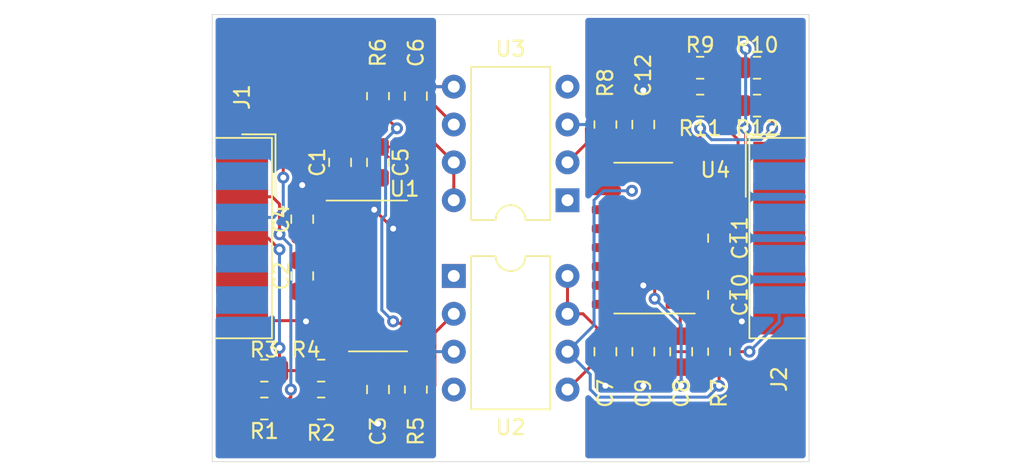
<source format=kicad_pcb>
(kicad_pcb (version 20171130) (host pcbnew 5.1.8)

  (general
    (thickness 1.6)
    (drawings 4)
    (tracks 231)
    (zones 0)
    (modules 30)
    (nets 51)
  )

  (page A4)
  (layers
    (0 F.Cu signal)
    (31 B.Cu signal)
    (32 B.Adhes user)
    (33 F.Adhes user)
    (34 B.Paste user)
    (35 F.Paste user)
    (36 B.SilkS user)
    (37 F.SilkS user)
    (38 B.Mask user)
    (39 F.Mask user)
    (40 Dwgs.User user)
    (41 Cmts.User user)
    (42 Eco1.User user)
    (43 Eco2.User user)
    (44 Edge.Cuts user)
    (45 Margin user)
    (46 B.CrtYd user)
    (47 F.CrtYd user)
    (48 B.Fab user hide)
    (49 F.Fab user hide)
  )

  (setup
    (last_trace_width 0.2)
    (trace_clearance 0.2)
    (zone_clearance 0.2)
    (zone_45_only no)
    (trace_min 0.2)
    (via_size 0.8)
    (via_drill 0.4)
    (via_min_size 0.4)
    (via_min_drill 0.3)
    (uvia_size 0.3)
    (uvia_drill 0.1)
    (uvias_allowed no)
    (uvia_min_size 0.2)
    (uvia_min_drill 0.1)
    (edge_width 0.05)
    (segment_width 0.2)
    (pcb_text_width 0.3)
    (pcb_text_size 1.5 1.5)
    (mod_edge_width 0.12)
    (mod_text_size 1 1)
    (mod_text_width 0.15)
    (pad_size 1.524 1.524)
    (pad_drill 0.762)
    (pad_to_mask_clearance 0)
    (aux_axis_origin 71.44 70.09)
    (grid_origin 91.44 85.09)
    (visible_elements FFFFFF7F)
    (pcbplotparams
      (layerselection 0x010f0_ffffffff)
      (usegerberextensions false)
      (usegerberattributes true)
      (usegerberadvancedattributes true)
      (creategerberjobfile true)
      (excludeedgelayer true)
      (linewidth 0.100000)
      (plotframeref false)
      (viasonmask false)
      (mode 1)
      (useauxorigin true)
      (hpglpennumber 1)
      (hpglpenspeed 20)
      (hpglpendiameter 15.000000)
      (psnegative false)
      (psa4output false)
      (plotreference true)
      (plotvalue true)
      (plotinvisibletext false)
      (padsonsilk false)
      (subtractmaskfromsilk false)
      (outputformat 1)
      (mirror false)
      (drillshape 0)
      (scaleselection 1)
      (outputdirectory "gerber/"))
  )

  (net 0 "")
  (net 1 "Net-(C1-Pad2)")
  (net 2 "Net-(C1-Pad1)")
  (net 3 "Net-(C2-Pad2)")
  (net 4 "Net-(C2-Pad1)")
  (net 5 /Gnd1)
  (net 6 "Net-(C3-Pad1)")
  (net 7 "Net-(C4-Pad1)")
  (net 8 /5V1)
  (net 9 /Gnd2)
  (net 10 /5V2)
  (net 11 "Net-(C8-Pad2)")
  (net 12 "Net-(C8-Pad1)")
  (net 13 "Net-(C10-Pad1)")
  (net 14 "Net-(C11-Pad2)")
  (net 15 "Net-(C11-Pad1)")
  (net 16 "Net-(C12-Pad1)")
  (net 17 "Net-(J1-Pad9)")
  (net 18 "Net-(J1-Pad8)")
  (net 19 "Net-(J1-Pad6)")
  (net 20 "Net-(J1-Pad4)")
  (net 21 "Net-(J1-Pad3)")
  (net 22 "Net-(J1-Pad2)")
  (net 23 "Net-(J1-Pad1)")
  (net 24 "Net-(J2-Pad8)")
  (net 25 "Net-(J2-Pad7)")
  (net 26 "Net-(J2-Pad6)")
  (net 27 "Net-(J2-Pad4)")
  (net 28 "Net-(J2-Pad3)")
  (net 29 "Net-(J2-Pad2)")
  (net 30 "Net-(J2-Pad1)")
  (net 31 /Rx1)
  (net 32 /Tx1)
  (net 33 "Net-(R5-Pad2)")
  (net 34 "Net-(R5-Pad1)")
  (net 35 "Net-(R6-Pad2)")
  (net 36 "Net-(R7-Pad2)")
  (net 37 "Net-(R8-Pad2)")
  (net 38 "Net-(R8-Pad1)")
  (net 39 /Rx2)
  (net 40 /Tx2)
  (net 41 "Net-(U1-Pad14)")
  (net 42 "Net-(U1-Pad13)")
  (net 43 "Net-(U1-Pad12)")
  (net 44 "Net-(U1-Pad11)")
  (net 45 "Net-(U2-Pad1)")
  (net 46 "Net-(U3-Pad1)")
  (net 47 "Net-(U4-Pad14)")
  (net 48 "Net-(U4-Pad13)")
  (net 49 "Net-(U4-Pad12)")
  (net 50 "Net-(U4-Pad11)")

  (net_class Default "This is the default net class."
    (clearance 0.2)
    (trace_width 0.2)
    (via_dia 0.8)
    (via_drill 0.4)
    (uvia_dia 0.3)
    (uvia_drill 0.1)
    (add_net /5V1)
    (add_net /5V2)
    (add_net /Gnd1)
    (add_net /Gnd2)
    (add_net /Rx1)
    (add_net /Rx2)
    (add_net /Tx1)
    (add_net /Tx2)
    (add_net "Net-(C1-Pad1)")
    (add_net "Net-(C1-Pad2)")
    (add_net "Net-(C10-Pad1)")
    (add_net "Net-(C11-Pad1)")
    (add_net "Net-(C11-Pad2)")
    (add_net "Net-(C12-Pad1)")
    (add_net "Net-(C2-Pad1)")
    (add_net "Net-(C2-Pad2)")
    (add_net "Net-(C3-Pad1)")
    (add_net "Net-(C4-Pad1)")
    (add_net "Net-(C8-Pad1)")
    (add_net "Net-(C8-Pad2)")
    (add_net "Net-(J1-Pad1)")
    (add_net "Net-(J1-Pad2)")
    (add_net "Net-(J1-Pad3)")
    (add_net "Net-(J1-Pad4)")
    (add_net "Net-(J1-Pad6)")
    (add_net "Net-(J1-Pad8)")
    (add_net "Net-(J1-Pad9)")
    (add_net "Net-(J2-Pad1)")
    (add_net "Net-(J2-Pad2)")
    (add_net "Net-(J2-Pad3)")
    (add_net "Net-(J2-Pad4)")
    (add_net "Net-(J2-Pad6)")
    (add_net "Net-(J2-Pad7)")
    (add_net "Net-(J2-Pad8)")
    (add_net "Net-(R5-Pad1)")
    (add_net "Net-(R5-Pad2)")
    (add_net "Net-(R6-Pad2)")
    (add_net "Net-(R7-Pad2)")
    (add_net "Net-(R8-Pad1)")
    (add_net "Net-(R8-Pad2)")
    (add_net "Net-(U1-Pad11)")
    (add_net "Net-(U1-Pad12)")
    (add_net "Net-(U1-Pad13)")
    (add_net "Net-(U1-Pad14)")
    (add_net "Net-(U2-Pad1)")
    (add_net "Net-(U3-Pad1)")
    (add_net "Net-(U4-Pad11)")
    (add_net "Net-(U4-Pad12)")
    (add_net "Net-(U4-Pad13)")
    (add_net "Net-(U4-Pad14)")
  )

  (module Package_SO:SOIC-16_3.9x9.9mm_P1.27mm (layer F.Cu) (tedit 5D9F72B1) (tstamp 5FAF1F2C)
    (at 100.33 85.09 180)
    (descr "SOIC, 16 Pin (JEDEC MS-012AC, https://www.analog.com/media/en/package-pcb-resources/package/pkg_pdf/soic_narrow-r/r_16.pdf), generated with kicad-footprint-generator ipc_gullwing_generator.py")
    (tags "SOIC SO")
    (path /5FB45A20)
    (attr smd)
    (fp_text reference U4 (at -4.826 4.572) (layer F.SilkS)
      (effects (font (size 1 1) (thickness 0.15)))
    )
    (fp_text value MAX3232 (at 0 5.9) (layer F.Fab)
      (effects (font (size 1 1) (thickness 0.15)))
    )
    (fp_line (start 3.7 -5.2) (end -3.7 -5.2) (layer F.CrtYd) (width 0.05))
    (fp_line (start 3.7 5.2) (end 3.7 -5.2) (layer F.CrtYd) (width 0.05))
    (fp_line (start -3.7 5.2) (end 3.7 5.2) (layer F.CrtYd) (width 0.05))
    (fp_line (start -3.7 -5.2) (end -3.7 5.2) (layer F.CrtYd) (width 0.05))
    (fp_line (start -1.95 -3.975) (end -0.975 -4.95) (layer F.Fab) (width 0.1))
    (fp_line (start -1.95 4.95) (end -1.95 -3.975) (layer F.Fab) (width 0.1))
    (fp_line (start 1.95 4.95) (end -1.95 4.95) (layer F.Fab) (width 0.1))
    (fp_line (start 1.95 -4.95) (end 1.95 4.95) (layer F.Fab) (width 0.1))
    (fp_line (start -0.975 -4.95) (end 1.95 -4.95) (layer F.Fab) (width 0.1))
    (fp_line (start 0 -5.06) (end -3.45 -5.06) (layer F.SilkS) (width 0.12))
    (fp_line (start 0 -5.06) (end 1.95 -5.06) (layer F.SilkS) (width 0.12))
    (fp_line (start 0 5.06) (end -1.95 5.06) (layer F.SilkS) (width 0.12))
    (fp_line (start 0 5.06) (end 1.95 5.06) (layer F.SilkS) (width 0.12))
    (fp_text user %R (at 0 0) (layer F.Fab)
      (effects (font (size 0.98 0.98) (thickness 0.15)))
    )
    (pad 16 smd roundrect (at 2.475 -4.445 180) (size 1.95 0.6) (layers F.Cu F.Paste F.Mask) (roundrect_rratio 0.25)
      (net 10 /5V2))
    (pad 15 smd roundrect (at 2.475 -3.175 180) (size 1.95 0.6) (layers F.Cu F.Paste F.Mask) (roundrect_rratio 0.25)
      (net 9 /Gnd2))
    (pad 14 smd roundrect (at 2.475 -1.905 180) (size 1.95 0.6) (layers F.Cu F.Paste F.Mask) (roundrect_rratio 0.25)
      (net 47 "Net-(U4-Pad14)"))
    (pad 13 smd roundrect (at 2.475 -0.635 180) (size 1.95 0.6) (layers F.Cu F.Paste F.Mask) (roundrect_rratio 0.25)
      (net 48 "Net-(U4-Pad13)"))
    (pad 12 smd roundrect (at 2.475 0.635 180) (size 1.95 0.6) (layers F.Cu F.Paste F.Mask) (roundrect_rratio 0.25)
      (net 49 "Net-(U4-Pad12)"))
    (pad 11 smd roundrect (at 2.475 1.905 180) (size 1.95 0.6) (layers F.Cu F.Paste F.Mask) (roundrect_rratio 0.25)
      (net 50 "Net-(U4-Pad11)"))
    (pad 10 smd roundrect (at 2.475 3.175 180) (size 1.95 0.6) (layers F.Cu F.Paste F.Mask) (roundrect_rratio 0.25)
      (net 36 "Net-(R7-Pad2)"))
    (pad 9 smd roundrect (at 2.475 4.445 180) (size 1.95 0.6) (layers F.Cu F.Paste F.Mask) (roundrect_rratio 0.25)
      (net 38 "Net-(R8-Pad1)"))
    (pad 8 smd roundrect (at -2.475 4.445 180) (size 1.95 0.6) (layers F.Cu F.Paste F.Mask) (roundrect_rratio 0.25)
      (net 39 /Rx2))
    (pad 7 smd roundrect (at -2.475 3.175 180) (size 1.95 0.6) (layers F.Cu F.Paste F.Mask) (roundrect_rratio 0.25)
      (net 40 /Tx2))
    (pad 6 smd roundrect (at -2.475 1.905 180) (size 1.95 0.6) (layers F.Cu F.Paste F.Mask) (roundrect_rratio 0.25)
      (net 16 "Net-(C12-Pad1)"))
    (pad 5 smd roundrect (at -2.475 0.635 180) (size 1.95 0.6) (layers F.Cu F.Paste F.Mask) (roundrect_rratio 0.25)
      (net 14 "Net-(C11-Pad2)"))
    (pad 4 smd roundrect (at -2.475 -0.635 180) (size 1.95 0.6) (layers F.Cu F.Paste F.Mask) (roundrect_rratio 0.25)
      (net 15 "Net-(C11-Pad1)"))
    (pad 3 smd roundrect (at -2.475 -1.905 180) (size 1.95 0.6) (layers F.Cu F.Paste F.Mask) (roundrect_rratio 0.25)
      (net 11 "Net-(C8-Pad2)"))
    (pad 2 smd roundrect (at -2.475 -3.175 180) (size 1.95 0.6) (layers F.Cu F.Paste F.Mask) (roundrect_rratio 0.25)
      (net 13 "Net-(C10-Pad1)"))
    (pad 1 smd roundrect (at -2.475 -4.445 180) (size 1.95 0.6) (layers F.Cu F.Paste F.Mask) (roundrect_rratio 0.25)
      (net 12 "Net-(C8-Pad1)"))
    (model ${KISYS3DMOD}/Package_SO.3dshapes/SOIC-16_3.9x9.9mm_P1.27mm.wrl
      (at (xyz 0 0 0))
      (scale (xyz 1 1 1))
      (rotate (xyz 0 0 0))
    )
  )

  (module Package_SO:SOIC-16_3.9x9.9mm_P1.27mm (layer F.Cu) (tedit 5D9F72B1) (tstamp 5FB02598)
    (at 82.55 87.63)
    (descr "SOIC, 16 Pin (JEDEC MS-012AC, https://www.analog.com/media/en/package-pcb-resources/package/pkg_pdf/soic_narrow-r/r_16.pdf), generated with kicad-footprint-generator ipc_gullwing_generator.py")
    (tags "SOIC SO")
    (path /5FAAABA1)
    (attr smd)
    (fp_text reference U1 (at 1.778 -5.842) (layer F.SilkS)
      (effects (font (size 1 1) (thickness 0.15)))
    )
    (fp_text value MAX3232 (at 0 5.9) (layer F.Fab)
      (effects (font (size 1 1) (thickness 0.15)))
    )
    (fp_line (start 3.7 -5.2) (end -3.7 -5.2) (layer F.CrtYd) (width 0.05))
    (fp_line (start 3.7 5.2) (end 3.7 -5.2) (layer F.CrtYd) (width 0.05))
    (fp_line (start -3.7 5.2) (end 3.7 5.2) (layer F.CrtYd) (width 0.05))
    (fp_line (start -3.7 -5.2) (end -3.7 5.2) (layer F.CrtYd) (width 0.05))
    (fp_line (start -1.95 -3.975) (end -0.975 -4.95) (layer F.Fab) (width 0.1))
    (fp_line (start -1.95 4.95) (end -1.95 -3.975) (layer F.Fab) (width 0.1))
    (fp_line (start 1.95 4.95) (end -1.95 4.95) (layer F.Fab) (width 0.1))
    (fp_line (start 1.95 -4.95) (end 1.95 4.95) (layer F.Fab) (width 0.1))
    (fp_line (start -0.975 -4.95) (end 1.95 -4.95) (layer F.Fab) (width 0.1))
    (fp_line (start 0 -5.06) (end -3.45 -5.06) (layer F.SilkS) (width 0.12))
    (fp_line (start 0 -5.06) (end 1.95 -5.06) (layer F.SilkS) (width 0.12))
    (fp_line (start 0 5.06) (end -1.95 5.06) (layer F.SilkS) (width 0.12))
    (fp_line (start 0 5.06) (end 1.95 5.06) (layer F.SilkS) (width 0.12))
    (fp_text user %R (at 0 0) (layer F.Fab)
      (effects (font (size 0.98 0.98) (thickness 0.15)))
    )
    (pad 16 smd roundrect (at 2.475 -4.445) (size 1.95 0.6) (layers F.Cu F.Paste F.Mask) (roundrect_rratio 0.25)
      (net 8 /5V1))
    (pad 15 smd roundrect (at 2.475 -3.175) (size 1.95 0.6) (layers F.Cu F.Paste F.Mask) (roundrect_rratio 0.25)
      (net 5 /Gnd1))
    (pad 14 smd roundrect (at 2.475 -1.905) (size 1.95 0.6) (layers F.Cu F.Paste F.Mask) (roundrect_rratio 0.25)
      (net 41 "Net-(U1-Pad14)"))
    (pad 13 smd roundrect (at 2.475 -0.635) (size 1.95 0.6) (layers F.Cu F.Paste F.Mask) (roundrect_rratio 0.25)
      (net 42 "Net-(U1-Pad13)"))
    (pad 12 smd roundrect (at 2.475 0.635) (size 1.95 0.6) (layers F.Cu F.Paste F.Mask) (roundrect_rratio 0.25)
      (net 43 "Net-(U1-Pad12)"))
    (pad 11 smd roundrect (at 2.475 1.905) (size 1.95 0.6) (layers F.Cu F.Paste F.Mask) (roundrect_rratio 0.25)
      (net 44 "Net-(U1-Pad11)"))
    (pad 10 smd roundrect (at 2.475 3.175) (size 1.95 0.6) (layers F.Cu F.Paste F.Mask) (roundrect_rratio 0.25)
      (net 35 "Net-(R6-Pad2)"))
    (pad 9 smd roundrect (at 2.475 4.445) (size 1.95 0.6) (layers F.Cu F.Paste F.Mask) (roundrect_rratio 0.25)
      (net 34 "Net-(R5-Pad1)"))
    (pad 8 smd roundrect (at -2.475 4.445) (size 1.95 0.6) (layers F.Cu F.Paste F.Mask) (roundrect_rratio 0.25)
      (net 31 /Rx1))
    (pad 7 smd roundrect (at -2.475 3.175) (size 1.95 0.6) (layers F.Cu F.Paste F.Mask) (roundrect_rratio 0.25)
      (net 32 /Tx1))
    (pad 6 smd roundrect (at -2.475 1.905) (size 1.95 0.6) (layers F.Cu F.Paste F.Mask) (roundrect_rratio 0.25)
      (net 6 "Net-(C3-Pad1)"))
    (pad 5 smd roundrect (at -2.475 0.635) (size 1.95 0.6) (layers F.Cu F.Paste F.Mask) (roundrect_rratio 0.25)
      (net 3 "Net-(C2-Pad2)"))
    (pad 4 smd roundrect (at -2.475 -0.635) (size 1.95 0.6) (layers F.Cu F.Paste F.Mask) (roundrect_rratio 0.25)
      (net 4 "Net-(C2-Pad1)"))
    (pad 3 smd roundrect (at -2.475 -1.905) (size 1.95 0.6) (layers F.Cu F.Paste F.Mask) (roundrect_rratio 0.25)
      (net 1 "Net-(C1-Pad2)"))
    (pad 2 smd roundrect (at -2.475 -3.175) (size 1.95 0.6) (layers F.Cu F.Paste F.Mask) (roundrect_rratio 0.25)
      (net 7 "Net-(C4-Pad1)"))
    (pad 1 smd roundrect (at -2.475 -4.445) (size 1.95 0.6) (layers F.Cu F.Paste F.Mask) (roundrect_rratio 0.25)
      (net 2 "Net-(C1-Pad1)"))
    (model ${KISYS3DMOD}/Package_SO.3dshapes/SOIC-16_3.9x9.9mm_P1.27mm.wrl
      (at (xyz 0 0 0))
      (scale (xyz 1 1 1))
      (rotate (xyz 0 0 0))
    )
  )

  (module Connector_Dsub:DSUB-9_Female_EdgeMount_P2.77mm (layer F.Cu) (tedit 59FEDEE2) (tstamp 5FB100F7)
    (at 109.44 85.09 90)
    (descr "9-pin D-Sub connector, solder-cups edge-mounted, female, x-pin-pitch 2.77mm, distance of mounting holes 25mm, see https://disti-assets.s3.amazonaws.com/tonar/files/datasheets/16730.pdf")
    (tags "9-pin D-Sub connector edge mount solder cup female x-pin-pitch 2.77mm mounting holes distance 25mm")
    (path /5FBB0490)
    (attr smd)
    (fp_text reference J2 (at -9.463333 0 90) (layer F.SilkS)
      (effects (font (size 1 1) (thickness 0.15)))
    )
    (fp_text value DB9_Female (at 0 16.86 90) (layer F.Fab)
      (effects (font (size 1 1) (thickness 0.15)))
    )
    (fp_line (start -15.425 1.99) (end 15.425 1.99) (layer Dwgs.User) (width 0.05))
    (fp_line (start 6.963333 -2.24) (end 2.77 -2.24) (layer F.SilkS) (width 0.12))
    (fp_line (start 6.963333 0) (end 6.963333 -2.24) (layer F.SilkS) (width 0.12))
    (fp_line (start -6.723333 -2) (end -6.723333 1.74) (layer F.SilkS) (width 0.12))
    (fp_line (start 6.723333 -2) (end -6.723333 -2) (layer F.SilkS) (width 0.12))
    (fp_line (start 6.723333 1.74) (end 6.723333 -2) (layer F.SilkS) (width 0.12))
    (fp_line (start -7 1.5) (end -7 -2.25) (layer F.CrtYd) (width 0.05))
    (fp_line (start -8.05 1.5) (end -7 1.5) (layer F.CrtYd) (width 0.05))
    (fp_line (start -8.05 4.3) (end -8.05 1.5) (layer F.CrtYd) (width 0.05))
    (fp_line (start -9.05 4.3) (end -8.05 4.3) (layer F.CrtYd) (width 0.05))
    (fp_line (start -9.05 8.8) (end -9.05 4.3) (layer F.CrtYd) (width 0.05))
    (fp_line (start -15.95 8.8) (end -9.05 8.8) (layer F.CrtYd) (width 0.05))
    (fp_line (start -15.95 10.2) (end -15.95 8.8) (layer F.CrtYd) (width 0.05))
    (fp_line (start -8.65 10.2) (end -15.95 10.2) (layer F.CrtYd) (width 0.05))
    (fp_line (start -8.65 16.4) (end -8.65 10.2) (layer F.CrtYd) (width 0.05))
    (fp_line (start 8.65 16.4) (end -8.65 16.4) (layer F.CrtYd) (width 0.05))
    (fp_line (start 8.65 10.2) (end 8.65 16.4) (layer F.CrtYd) (width 0.05))
    (fp_line (start 15.95 10.2) (end 8.65 10.2) (layer F.CrtYd) (width 0.05))
    (fp_line (start 15.95 8.8) (end 15.95 10.2) (layer F.CrtYd) (width 0.05))
    (fp_line (start 9.05 8.8) (end 15.95 8.8) (layer F.CrtYd) (width 0.05))
    (fp_line (start 9.05 4.3) (end 9.05 8.8) (layer F.CrtYd) (width 0.05))
    (fp_line (start 8.05 4.3) (end 9.05 4.3) (layer F.CrtYd) (width 0.05))
    (fp_line (start 8.05 1.5) (end 8.05 4.3) (layer F.CrtYd) (width 0.05))
    (fp_line (start 7 1.5) (end 8.05 1.5) (layer F.CrtYd) (width 0.05))
    (fp_line (start 7 -2.25) (end 7 1.5) (layer F.CrtYd) (width 0.05))
    (fp_line (start -7 -2.25) (end 7 -2.25) (layer F.CrtYd) (width 0.05))
    (fp_line (start 8.15 9.69) (end -8.15 9.69) (layer F.Fab) (width 0.1))
    (fp_line (start 8.15 15.86) (end 8.15 9.69) (layer F.Fab) (width 0.1))
    (fp_line (start -8.15 15.86) (end 8.15 15.86) (layer F.Fab) (width 0.1))
    (fp_line (start -8.15 9.69) (end -8.15 15.86) (layer F.Fab) (width 0.1))
    (fp_line (start 15.425 9.29) (end -15.425 9.29) (layer F.Fab) (width 0.1))
    (fp_line (start 15.425 9.69) (end 15.425 9.29) (layer F.Fab) (width 0.1))
    (fp_line (start -15.425 9.69) (end 15.425 9.69) (layer F.Fab) (width 0.1))
    (fp_line (start -15.425 9.29) (end -15.425 9.69) (layer F.Fab) (width 0.1))
    (fp_line (start 8.55 4.79) (end -8.55 4.79) (layer F.Fab) (width 0.1))
    (fp_line (start 8.55 9.29) (end 8.55 4.79) (layer F.Fab) (width 0.1))
    (fp_line (start -8.55 9.29) (end 8.55 9.29) (layer F.Fab) (width 0.1))
    (fp_line (start -8.55 4.79) (end -8.55 9.29) (layer F.Fab) (width 0.1))
    (fp_line (start 7.55 1.99) (end -7.55 1.99) (layer F.Fab) (width 0.1))
    (fp_line (start 7.55 4.79) (end 7.55 1.99) (layer F.Fab) (width 0.1))
    (fp_line (start -7.55 4.79) (end 7.55 4.79) (layer F.Fab) (width 0.1))
    (fp_line (start -7.55 1.99) (end -7.55 4.79) (layer F.Fab) (width 0.1))
    (fp_line (start -3.555 -0.91) (end -4.755 -0.91) (layer B.Fab) (width 0.1))
    (fp_line (start -3.555 1.99) (end -3.555 -0.91) (layer B.Fab) (width 0.1))
    (fp_line (start -4.755 1.99) (end -3.555 1.99) (layer B.Fab) (width 0.1))
    (fp_line (start -4.755 -0.91) (end -4.755 1.99) (layer B.Fab) (width 0.1))
    (fp_line (start -0.785 -0.91) (end -1.985 -0.91) (layer B.Fab) (width 0.1))
    (fp_line (start -0.785 1.99) (end -0.785 -0.91) (layer B.Fab) (width 0.1))
    (fp_line (start -1.985 1.99) (end -0.785 1.99) (layer B.Fab) (width 0.1))
    (fp_line (start -1.985 -0.91) (end -1.985 1.99) (layer B.Fab) (width 0.1))
    (fp_line (start 1.985 -0.91) (end 0.785 -0.91) (layer B.Fab) (width 0.1))
    (fp_line (start 1.985 1.99) (end 1.985 -0.91) (layer B.Fab) (width 0.1))
    (fp_line (start 0.785 1.99) (end 1.985 1.99) (layer B.Fab) (width 0.1))
    (fp_line (start 0.785 -0.91) (end 0.785 1.99) (layer B.Fab) (width 0.1))
    (fp_line (start 4.755 -0.91) (end 3.555 -0.91) (layer B.Fab) (width 0.1))
    (fp_line (start 4.755 1.99) (end 4.755 -0.91) (layer B.Fab) (width 0.1))
    (fp_line (start 3.555 1.99) (end 4.755 1.99) (layer B.Fab) (width 0.1))
    (fp_line (start 3.555 -0.91) (end 3.555 1.99) (layer B.Fab) (width 0.1))
    (fp_line (start -4.94 -0.91) (end -6.14 -0.91) (layer F.Fab) (width 0.1))
    (fp_line (start -4.94 1.99) (end -4.94 -0.91) (layer F.Fab) (width 0.1))
    (fp_line (start -6.14 1.99) (end -4.94 1.99) (layer F.Fab) (width 0.1))
    (fp_line (start -6.14 -0.91) (end -6.14 1.99) (layer F.Fab) (width 0.1))
    (fp_line (start -2.17 -0.91) (end -3.37 -0.91) (layer F.Fab) (width 0.1))
    (fp_line (start -2.17 1.99) (end -2.17 -0.91) (layer F.Fab) (width 0.1))
    (fp_line (start -3.37 1.99) (end -2.17 1.99) (layer F.Fab) (width 0.1))
    (fp_line (start -3.37 -0.91) (end -3.37 1.99) (layer F.Fab) (width 0.1))
    (fp_line (start 0.6 -0.91) (end -0.6 -0.91) (layer F.Fab) (width 0.1))
    (fp_line (start 0.6 1.99) (end 0.6 -0.91) (layer F.Fab) (width 0.1))
    (fp_line (start -0.6 1.99) (end 0.6 1.99) (layer F.Fab) (width 0.1))
    (fp_line (start -0.6 -0.91) (end -0.6 1.99) (layer F.Fab) (width 0.1))
    (fp_line (start 3.37 -0.91) (end 2.17 -0.91) (layer F.Fab) (width 0.1))
    (fp_line (start 3.37 1.99) (end 3.37 -0.91) (layer F.Fab) (width 0.1))
    (fp_line (start 2.17 1.99) (end 3.37 1.99) (layer F.Fab) (width 0.1))
    (fp_line (start 2.17 -0.91) (end 2.17 1.99) (layer F.Fab) (width 0.1))
    (fp_line (start 6.14 -0.91) (end 4.94 -0.91) (layer F.Fab) (width 0.1))
    (fp_line (start 6.14 1.99) (end 6.14 -0.91) (layer F.Fab) (width 0.1))
    (fp_line (start 4.94 1.99) (end 6.14 1.99) (layer F.Fab) (width 0.1))
    (fp_line (start 4.94 -0.91) (end 4.94 1.99) (layer F.Fab) (width 0.1))
    (fp_text user "PCB edge" (at -10.425 1.323333 90) (layer Dwgs.User)
      (effects (font (size 0.5 0.5) (thickness 0.075)))
    )
    (fp_text user %R (at 0 3.39 90) (layer F.Fab)
      (effects (font (size 1 1) (thickness 0.15)))
    )
    (pad 9 smd rect (at -4.155 0 90) (size 1.846667 3.48) (layers B.Cu B.Paste B.Mask)
      (net 10 /5V2))
    (pad 8 smd rect (at -1.385 0 90) (size 1.846667 3.48) (layers B.Cu B.Paste B.Mask)
      (net 24 "Net-(J2-Pad8)"))
    (pad 7 smd rect (at 1.385 0 90) (size 1.846667 3.48) (layers B.Cu B.Paste B.Mask)
      (net 25 "Net-(J2-Pad7)"))
    (pad 6 smd rect (at 4.155 0 90) (size 1.846667 3.48) (layers B.Cu B.Paste B.Mask)
      (net 26 "Net-(J2-Pad6)"))
    (pad 5 smd rect (at -5.54 0 90) (size 1.846667 3.48) (layers F.Cu F.Paste F.Mask)
      (net 9 /Gnd2))
    (pad 4 smd rect (at -2.77 0 90) (size 1.846667 3.48) (layers F.Cu F.Paste F.Mask)
      (net 27 "Net-(J2-Pad4)"))
    (pad 3 smd rect (at 0 0 90) (size 1.846667 3.48) (layers F.Cu F.Paste F.Mask)
      (net 28 "Net-(J2-Pad3)"))
    (pad 2 smd rect (at 2.77 0 90) (size 1.846667 3.48) (layers F.Cu F.Paste F.Mask)
      (net 29 "Net-(J2-Pad2)"))
    (pad 1 smd rect (at 5.54 0 90) (size 1.846667 3.48) (layers F.Cu F.Paste F.Mask)
      (net 30 "Net-(J2-Pad1)"))
    (model ${KISYS3DMOD}/Connector_Dsub.3dshapes/DSUB-9_Female_EdgeMount_P2.77mm.wrl
      (at (xyz 0 0 0))
      (scale (xyz 1 1 1))
      (rotate (xyz 0 0 0))
    )
  )

  (module Package_DIP:DIP-8_W7.62mm (layer F.Cu) (tedit 5A02E8C5) (tstamp 5FB00AB3)
    (at 95.25 82.55 180)
    (descr "8-lead though-hole mounted DIP package, row spacing 7.62 mm (300 mils)")
    (tags "THT DIP DIL PDIP 2.54mm 7.62mm 300mil")
    (path /5FB45A26)
    (fp_text reference U3 (at 3.81 10.16) (layer F.SilkS)
      (effects (font (size 1 1) (thickness 0.15)))
    )
    (fp_text value 6N137 (at 3.81 9.95) (layer F.Fab)
      (effects (font (size 1 1) (thickness 0.15)))
    )
    (fp_line (start 8.7 -1.55) (end -1.1 -1.55) (layer F.CrtYd) (width 0.05))
    (fp_line (start 8.7 9.15) (end 8.7 -1.55) (layer F.CrtYd) (width 0.05))
    (fp_line (start -1.1 9.15) (end 8.7 9.15) (layer F.CrtYd) (width 0.05))
    (fp_line (start -1.1 -1.55) (end -1.1 9.15) (layer F.CrtYd) (width 0.05))
    (fp_line (start 6.46 -1.33) (end 4.81 -1.33) (layer F.SilkS) (width 0.12))
    (fp_line (start 6.46 8.95) (end 6.46 -1.33) (layer F.SilkS) (width 0.12))
    (fp_line (start 1.16 8.95) (end 6.46 8.95) (layer F.SilkS) (width 0.12))
    (fp_line (start 1.16 -1.33) (end 1.16 8.95) (layer F.SilkS) (width 0.12))
    (fp_line (start 2.81 -1.33) (end 1.16 -1.33) (layer F.SilkS) (width 0.12))
    (fp_line (start 0.635 -0.27) (end 1.635 -1.27) (layer F.Fab) (width 0.1))
    (fp_line (start 0.635 8.89) (end 0.635 -0.27) (layer F.Fab) (width 0.1))
    (fp_line (start 6.985 8.89) (end 0.635 8.89) (layer F.Fab) (width 0.1))
    (fp_line (start 6.985 -1.27) (end 6.985 8.89) (layer F.Fab) (width 0.1))
    (fp_line (start 1.635 -1.27) (end 6.985 -1.27) (layer F.Fab) (width 0.1))
    (fp_text user %R (at 3.81 3.81) (layer F.Fab)
      (effects (font (size 1 1) (thickness 0.15)))
    )
    (fp_arc (start 3.81 -1.33) (end 2.81 -1.33) (angle -180) (layer F.SilkS) (width 0.12))
    (pad 8 thru_hole oval (at 7.62 0 180) (size 1.6 1.6) (drill 0.8) (layers *.Cu *.Mask)
      (net 8 /5V1))
    (pad 4 thru_hole oval (at 0 7.62 180) (size 1.6 1.6) (drill 0.8) (layers *.Cu *.Mask))
    (pad 7 thru_hole oval (at 7.62 2.54 180) (size 1.6 1.6) (drill 0.8) (layers *.Cu *.Mask)
      (net 8 /5V1))
    (pad 3 thru_hole oval (at 0 5.08 180) (size 1.6 1.6) (drill 0.8) (layers *.Cu *.Mask)
      (net 9 /Gnd2))
    (pad 6 thru_hole oval (at 7.62 5.08 180) (size 1.6 1.6) (drill 0.8) (layers *.Cu *.Mask)
      (net 35 "Net-(R6-Pad2)"))
    (pad 2 thru_hole oval (at 0 2.54 180) (size 1.6 1.6) (drill 0.8) (layers *.Cu *.Mask)
      (net 37 "Net-(R8-Pad2)"))
    (pad 5 thru_hole oval (at 7.62 7.62 180) (size 1.6 1.6) (drill 0.8) (layers *.Cu *.Mask)
      (net 5 /Gnd1))
    (pad 1 thru_hole rect (at 0 0 180) (size 1.6 1.6) (drill 0.8) (layers *.Cu *.Mask)
      (net 46 "Net-(U3-Pad1)"))
    (model ${KISYS3DMOD}/Package_DIP.3dshapes/DIP-8_W7.62mm.wrl
      (at (xyz 0 0 0))
      (scale (xyz 1 1 1))
      (rotate (xyz 0 0 0))
    )
  )

  (module Package_DIP:DIP-8_W7.62mm (layer F.Cu) (tedit 5A02E8C5) (tstamp 5FAB3B5B)
    (at 87.63 87.63)
    (descr "8-lead though-hole mounted DIP package, row spacing 7.62 mm (300 mils)")
    (tags "THT DIP DIL PDIP 2.54mm 7.62mm 300mil")
    (path /5FAB379D)
    (fp_text reference U2 (at 3.81 10.16) (layer F.SilkS)
      (effects (font (size 1 1) (thickness 0.15)))
    )
    (fp_text value 6N137 (at 3.81 9.95) (layer F.Fab)
      (effects (font (size 1 1) (thickness 0.15)))
    )
    (fp_line (start 8.7 -1.55) (end -1.1 -1.55) (layer F.CrtYd) (width 0.05))
    (fp_line (start 8.7 9.15) (end 8.7 -1.55) (layer F.CrtYd) (width 0.05))
    (fp_line (start -1.1 9.15) (end 8.7 9.15) (layer F.CrtYd) (width 0.05))
    (fp_line (start -1.1 -1.55) (end -1.1 9.15) (layer F.CrtYd) (width 0.05))
    (fp_line (start 6.46 -1.33) (end 4.81 -1.33) (layer F.SilkS) (width 0.12))
    (fp_line (start 6.46 8.95) (end 6.46 -1.33) (layer F.SilkS) (width 0.12))
    (fp_line (start 1.16 8.95) (end 6.46 8.95) (layer F.SilkS) (width 0.12))
    (fp_line (start 1.16 -1.33) (end 1.16 8.95) (layer F.SilkS) (width 0.12))
    (fp_line (start 2.81 -1.33) (end 1.16 -1.33) (layer F.SilkS) (width 0.12))
    (fp_line (start 0.635 -0.27) (end 1.635 -1.27) (layer F.Fab) (width 0.1))
    (fp_line (start 0.635 8.89) (end 0.635 -0.27) (layer F.Fab) (width 0.1))
    (fp_line (start 6.985 8.89) (end 0.635 8.89) (layer F.Fab) (width 0.1))
    (fp_line (start 6.985 -1.27) (end 6.985 8.89) (layer F.Fab) (width 0.1))
    (fp_line (start 1.635 -1.27) (end 6.985 -1.27) (layer F.Fab) (width 0.1))
    (fp_text user %R (at 3.81 3.81) (layer F.Fab)
      (effects (font (size 1 1) (thickness 0.15)))
    )
    (fp_arc (start 3.81 -1.33) (end 2.81 -1.33) (angle -180) (layer F.SilkS) (width 0.12))
    (pad 8 thru_hole oval (at 7.62 0) (size 1.6 1.6) (drill 0.8) (layers *.Cu *.Mask)
      (net 10 /5V2))
    (pad 4 thru_hole oval (at 0 7.62) (size 1.6 1.6) (drill 0.8) (layers *.Cu *.Mask))
    (pad 7 thru_hole oval (at 7.62 2.54) (size 1.6 1.6) (drill 0.8) (layers *.Cu *.Mask)
      (net 10 /5V2))
    (pad 3 thru_hole oval (at 0 5.08) (size 1.6 1.6) (drill 0.8) (layers *.Cu *.Mask)
      (net 5 /Gnd1))
    (pad 6 thru_hole oval (at 7.62 5.08) (size 1.6 1.6) (drill 0.8) (layers *.Cu *.Mask)
      (net 36 "Net-(R7-Pad2)"))
    (pad 2 thru_hole oval (at 0 2.54) (size 1.6 1.6) (drill 0.8) (layers *.Cu *.Mask)
      (net 33 "Net-(R5-Pad2)"))
    (pad 5 thru_hole oval (at 7.62 7.62) (size 1.6 1.6) (drill 0.8) (layers *.Cu *.Mask)
      (net 9 /Gnd2))
    (pad 1 thru_hole rect (at 0 0) (size 1.6 1.6) (drill 0.8) (layers *.Cu *.Mask)
      (net 45 "Net-(U2-Pad1)"))
    (model ${KISYS3DMOD}/Package_DIP.3dshapes/DIP-8_W7.62mm.wrl
      (at (xyz 0 0 0))
      (scale (xyz 1 1 1))
      (rotate (xyz 0 0 0))
    )
  )

  (module Resistor_SMD:R_0805_2012Metric_Pad1.20x1.40mm_HandSolder (layer F.Cu) (tedit 5F68FEEE) (tstamp 5FB11BFC)
    (at 107.95 76.2 180)
    (descr "Resistor SMD 0805 (2012 Metric), square (rectangular) end terminal, IPC_7351 nominal with elongated pad for handsoldering. (Body size source: IPC-SM-782 page 72, https://www.pcb-3d.com/wordpress/wp-content/uploads/ipc-sm-782a_amendment_1_and_2.pdf), generated with kicad-footprint-generator")
    (tags "resistor handsolder")
    (path /5FB91A5F)
    (attr smd)
    (fp_text reference R12 (at 0 -1.524) (layer F.SilkS)
      (effects (font (size 1 1) (thickness 0.15)))
    )
    (fp_text value R (at 0 1.65) (layer F.Fab)
      (effects (font (size 1 1) (thickness 0.15)))
    )
    (fp_line (start 1.85 0.95) (end -1.85 0.95) (layer F.CrtYd) (width 0.05))
    (fp_line (start 1.85 -0.95) (end 1.85 0.95) (layer F.CrtYd) (width 0.05))
    (fp_line (start -1.85 -0.95) (end 1.85 -0.95) (layer F.CrtYd) (width 0.05))
    (fp_line (start -1.85 0.95) (end -1.85 -0.95) (layer F.CrtYd) (width 0.05))
    (fp_line (start -0.227064 0.735) (end 0.227064 0.735) (layer F.SilkS) (width 0.12))
    (fp_line (start -0.227064 -0.735) (end 0.227064 -0.735) (layer F.SilkS) (width 0.12))
    (fp_line (start 1 0.625) (end -1 0.625) (layer F.Fab) (width 0.1))
    (fp_line (start 1 -0.625) (end 1 0.625) (layer F.Fab) (width 0.1))
    (fp_line (start -1 -0.625) (end 1 -0.625) (layer F.Fab) (width 0.1))
    (fp_line (start -1 0.625) (end -1 -0.625) (layer F.Fab) (width 0.1))
    (fp_text user %R (at 0 0) (layer F.Fab)
      (effects (font (size 0.5 0.5) (thickness 0.08)))
    )
    (pad 2 smd roundrect (at 1 0 180) (size 1.2 1.4) (layers F.Cu F.Paste F.Mask) (roundrect_rratio 0.2083325)
      (net 28 "Net-(J2-Pad3)"))
    (pad 1 smd roundrect (at -1 0 180) (size 1.2 1.4) (layers F.Cu F.Paste F.Mask) (roundrect_rratio 0.2083325)
      (net 40 /Tx2))
    (model ${KISYS3DMOD}/Resistor_SMD.3dshapes/R_0805_2012Metric.wrl
      (at (xyz 0 0 0))
      (scale (xyz 1 1 1))
      (rotate (xyz 0 0 0))
    )
  )

  (module Resistor_SMD:R_0805_2012Metric_Pad1.20x1.40mm_HandSolder (layer F.Cu) (tedit 5F68FEEE) (tstamp 5FB10F0B)
    (at 104.14 76.2)
    (descr "Resistor SMD 0805 (2012 Metric), square (rectangular) end terminal, IPC_7351 nominal with elongated pad for handsoldering. (Body size source: IPC-SM-782 page 72, https://www.pcb-3d.com/wordpress/wp-content/uploads/ipc-sm-782a_amendment_1_and_2.pdf), generated with kicad-footprint-generator")
    (tags "resistor handsolder")
    (path /5FB91A59)
    (attr smd)
    (fp_text reference R11 (at 0 1.524) (layer F.SilkS)
      (effects (font (size 1 1) (thickness 0.15)))
    )
    (fp_text value R (at 0 1.65) (layer F.Fab)
      (effects (font (size 1 1) (thickness 0.15)))
    )
    (fp_line (start 1.85 0.95) (end -1.85 0.95) (layer F.CrtYd) (width 0.05))
    (fp_line (start 1.85 -0.95) (end 1.85 0.95) (layer F.CrtYd) (width 0.05))
    (fp_line (start -1.85 -0.95) (end 1.85 -0.95) (layer F.CrtYd) (width 0.05))
    (fp_line (start -1.85 0.95) (end -1.85 -0.95) (layer F.CrtYd) (width 0.05))
    (fp_line (start -0.227064 0.735) (end 0.227064 0.735) (layer F.SilkS) (width 0.12))
    (fp_line (start -0.227064 -0.735) (end 0.227064 -0.735) (layer F.SilkS) (width 0.12))
    (fp_line (start 1 0.625) (end -1 0.625) (layer F.Fab) (width 0.1))
    (fp_line (start 1 -0.625) (end 1 0.625) (layer F.Fab) (width 0.1))
    (fp_line (start -1 -0.625) (end 1 -0.625) (layer F.Fab) (width 0.1))
    (fp_line (start -1 0.625) (end -1 -0.625) (layer F.Fab) (width 0.1))
    (fp_text user %R (at 0 0) (layer F.Fab)
      (effects (font (size 0.5 0.5) (thickness 0.08)))
    )
    (pad 2 smd roundrect (at 1 0) (size 1.2 1.4) (layers F.Cu F.Paste F.Mask) (roundrect_rratio 0.2083325)
      (net 28 "Net-(J2-Pad3)"))
    (pad 1 smd roundrect (at -1 0) (size 1.2 1.4) (layers F.Cu F.Paste F.Mask) (roundrect_rratio 0.2083325)
      (net 39 /Rx2))
    (model ${KISYS3DMOD}/Resistor_SMD.3dshapes/R_0805_2012Metric.wrl
      (at (xyz 0 0 0))
      (scale (xyz 1 1 1))
      (rotate (xyz 0 0 0))
    )
  )

  (module Resistor_SMD:R_0805_2012Metric_Pad1.20x1.40mm_HandSolder (layer F.Cu) (tedit 5F68FEEE) (tstamp 5FB11C2C)
    (at 107.95 73.66 180)
    (descr "Resistor SMD 0805 (2012 Metric), square (rectangular) end terminal, IPC_7351 nominal with elongated pad for handsoldering. (Body size source: IPC-SM-782 page 72, https://www.pcb-3d.com/wordpress/wp-content/uploads/ipc-sm-782a_amendment_1_and_2.pdf), generated with kicad-footprint-generator")
    (tags "resistor handsolder")
    (path /5FB91A53)
    (attr smd)
    (fp_text reference R10 (at 0 1.524) (layer F.SilkS)
      (effects (font (size 1 1) (thickness 0.15)))
    )
    (fp_text value R (at 0 1.65) (layer F.Fab)
      (effects (font (size 1 1) (thickness 0.15)))
    )
    (fp_line (start 1.85 0.95) (end -1.85 0.95) (layer F.CrtYd) (width 0.05))
    (fp_line (start 1.85 -0.95) (end 1.85 0.95) (layer F.CrtYd) (width 0.05))
    (fp_line (start -1.85 -0.95) (end 1.85 -0.95) (layer F.CrtYd) (width 0.05))
    (fp_line (start -1.85 0.95) (end -1.85 -0.95) (layer F.CrtYd) (width 0.05))
    (fp_line (start -0.227064 0.735) (end 0.227064 0.735) (layer F.SilkS) (width 0.12))
    (fp_line (start -0.227064 -0.735) (end 0.227064 -0.735) (layer F.SilkS) (width 0.12))
    (fp_line (start 1 0.625) (end -1 0.625) (layer F.Fab) (width 0.1))
    (fp_line (start 1 -0.625) (end 1 0.625) (layer F.Fab) (width 0.1))
    (fp_line (start -1 -0.625) (end 1 -0.625) (layer F.Fab) (width 0.1))
    (fp_line (start -1 0.625) (end -1 -0.625) (layer F.Fab) (width 0.1))
    (fp_text user %R (at 0 0) (layer F.Fab)
      (effects (font (size 0.5 0.5) (thickness 0.08)))
    )
    (pad 2 smd roundrect (at 1 0 180) (size 1.2 1.4) (layers F.Cu F.Paste F.Mask) (roundrect_rratio 0.2083325)
      (net 29 "Net-(J2-Pad2)"))
    (pad 1 smd roundrect (at -1 0 180) (size 1.2 1.4) (layers F.Cu F.Paste F.Mask) (roundrect_rratio 0.2083325)
      (net 40 /Tx2))
    (model ${KISYS3DMOD}/Resistor_SMD.3dshapes/R_0805_2012Metric.wrl
      (at (xyz 0 0 0))
      (scale (xyz 1 1 1))
      (rotate (xyz 0 0 0))
    )
  )

  (module Resistor_SMD:R_0805_2012Metric_Pad1.20x1.40mm_HandSolder (layer F.Cu) (tedit 5F68FEEE) (tstamp 5FB10F9B)
    (at 104.14 73.66)
    (descr "Resistor SMD 0805 (2012 Metric), square (rectangular) end terminal, IPC_7351 nominal with elongated pad for handsoldering. (Body size source: IPC-SM-782 page 72, https://www.pcb-3d.com/wordpress/wp-content/uploads/ipc-sm-782a_amendment_1_and_2.pdf), generated with kicad-footprint-generator")
    (tags "resistor handsolder")
    (path /5FB91A4D)
    (attr smd)
    (fp_text reference R9 (at 0 -1.524) (layer F.SilkS)
      (effects (font (size 1 1) (thickness 0.15)))
    )
    (fp_text value R (at 0 1.65) (layer F.Fab)
      (effects (font (size 1 1) (thickness 0.15)))
    )
    (fp_line (start 1.85 0.95) (end -1.85 0.95) (layer F.CrtYd) (width 0.05))
    (fp_line (start 1.85 -0.95) (end 1.85 0.95) (layer F.CrtYd) (width 0.05))
    (fp_line (start -1.85 -0.95) (end 1.85 -0.95) (layer F.CrtYd) (width 0.05))
    (fp_line (start -1.85 0.95) (end -1.85 -0.95) (layer F.CrtYd) (width 0.05))
    (fp_line (start -0.227064 0.735) (end 0.227064 0.735) (layer F.SilkS) (width 0.12))
    (fp_line (start -0.227064 -0.735) (end 0.227064 -0.735) (layer F.SilkS) (width 0.12))
    (fp_line (start 1 0.625) (end -1 0.625) (layer F.Fab) (width 0.1))
    (fp_line (start 1 -0.625) (end 1 0.625) (layer F.Fab) (width 0.1))
    (fp_line (start -1 -0.625) (end 1 -0.625) (layer F.Fab) (width 0.1))
    (fp_line (start -1 0.625) (end -1 -0.625) (layer F.Fab) (width 0.1))
    (fp_text user %R (at 0 0) (layer F.Fab)
      (effects (font (size 0.5 0.5) (thickness 0.08)))
    )
    (pad 2 smd roundrect (at 1 0) (size 1.2 1.4) (layers F.Cu F.Paste F.Mask) (roundrect_rratio 0.2083325)
      (net 29 "Net-(J2-Pad2)"))
    (pad 1 smd roundrect (at -1 0) (size 1.2 1.4) (layers F.Cu F.Paste F.Mask) (roundrect_rratio 0.2083325)
      (net 39 /Rx2))
    (model ${KISYS3DMOD}/Resistor_SMD.3dshapes/R_0805_2012Metric.wrl
      (at (xyz 0 0 0))
      (scale (xyz 1 1 1))
      (rotate (xyz 0 0 0))
    )
  )

  (module Resistor_SMD:R_0805_2012Metric_Pad1.20x1.40mm_HandSolder (layer F.Cu) (tedit 5F68FEEE) (tstamp 5FAF2178)
    (at 97.79 77.47 90)
    (descr "Resistor SMD 0805 (2012 Metric), square (rectangular) end terminal, IPC_7351 nominal with elongated pad for handsoldering. (Body size source: IPC-SM-782 page 72, https://www.pcb-3d.com/wordpress/wp-content/uploads/ipc-sm-782a_amendment_1_and_2.pdf), generated with kicad-footprint-generator")
    (tags "resistor handsolder")
    (path /5FB45A5D)
    (attr smd)
    (fp_text reference R8 (at 2.794 0 90) (layer F.SilkS)
      (effects (font (size 1 1) (thickness 0.15)))
    )
    (fp_text value 330 (at 0 1.65 90) (layer F.Fab)
      (effects (font (size 1 1) (thickness 0.15)))
    )
    (fp_line (start 1.85 0.95) (end -1.85 0.95) (layer F.CrtYd) (width 0.05))
    (fp_line (start 1.85 -0.95) (end 1.85 0.95) (layer F.CrtYd) (width 0.05))
    (fp_line (start -1.85 -0.95) (end 1.85 -0.95) (layer F.CrtYd) (width 0.05))
    (fp_line (start -1.85 0.95) (end -1.85 -0.95) (layer F.CrtYd) (width 0.05))
    (fp_line (start -0.227064 0.735) (end 0.227064 0.735) (layer F.SilkS) (width 0.12))
    (fp_line (start -0.227064 -0.735) (end 0.227064 -0.735) (layer F.SilkS) (width 0.12))
    (fp_line (start 1 0.625) (end -1 0.625) (layer F.Fab) (width 0.1))
    (fp_line (start 1 -0.625) (end 1 0.625) (layer F.Fab) (width 0.1))
    (fp_line (start -1 -0.625) (end 1 -0.625) (layer F.Fab) (width 0.1))
    (fp_line (start -1 0.625) (end -1 -0.625) (layer F.Fab) (width 0.1))
    (fp_text user %R (at 0 0 90) (layer F.Fab)
      (effects (font (size 0.5 0.5) (thickness 0.08)))
    )
    (pad 2 smd roundrect (at 1 0 90) (size 1.2 1.4) (layers F.Cu F.Paste F.Mask) (roundrect_rratio 0.2083325)
      (net 37 "Net-(R8-Pad2)"))
    (pad 1 smd roundrect (at -1 0 90) (size 1.2 1.4) (layers F.Cu F.Paste F.Mask) (roundrect_rratio 0.2083325)
      (net 38 "Net-(R8-Pad1)"))
    (model ${KISYS3DMOD}/Resistor_SMD.3dshapes/R_0805_2012Metric.wrl
      (at (xyz 0 0 0))
      (scale (xyz 1 1 1))
      (rotate (xyz 0 0 0))
    )
  )

  (module Resistor_SMD:R_0805_2012Metric_Pad1.20x1.40mm_HandSolder (layer F.Cu) (tedit 5F68FEEE) (tstamp 5FB18492)
    (at 105.41 92.71 270)
    (descr "Resistor SMD 0805 (2012 Metric), square (rectangular) end terminal, IPC_7351 nominal with elongated pad for handsoldering. (Body size source: IPC-SM-782 page 72, https://www.pcb-3d.com/wordpress/wp-content/uploads/ipc-sm-782a_amendment_1_and_2.pdf), generated with kicad-footprint-generator")
    (tags "resistor handsolder")
    (path /5FB52926)
    (attr smd)
    (fp_text reference R7 (at 2.794 0 90) (layer F.SilkS)
      (effects (font (size 1 1) (thickness 0.15)))
    )
    (fp_text value 1000 (at 0 1.65 90) (layer F.Fab)
      (effects (font (size 1 1) (thickness 0.15)))
    )
    (fp_line (start 1.85 0.95) (end -1.85 0.95) (layer F.CrtYd) (width 0.05))
    (fp_line (start 1.85 -0.95) (end 1.85 0.95) (layer F.CrtYd) (width 0.05))
    (fp_line (start -1.85 -0.95) (end 1.85 -0.95) (layer F.CrtYd) (width 0.05))
    (fp_line (start -1.85 0.95) (end -1.85 -0.95) (layer F.CrtYd) (width 0.05))
    (fp_line (start -0.227064 0.735) (end 0.227064 0.735) (layer F.SilkS) (width 0.12))
    (fp_line (start -0.227064 -0.735) (end 0.227064 -0.735) (layer F.SilkS) (width 0.12))
    (fp_line (start 1 0.625) (end -1 0.625) (layer F.Fab) (width 0.1))
    (fp_line (start 1 -0.625) (end 1 0.625) (layer F.Fab) (width 0.1))
    (fp_line (start -1 -0.625) (end 1 -0.625) (layer F.Fab) (width 0.1))
    (fp_line (start -1 0.625) (end -1 -0.625) (layer F.Fab) (width 0.1))
    (fp_text user %R (at 0 0 90) (layer F.Fab)
      (effects (font (size 0.5 0.5) (thickness 0.08)))
    )
    (pad 2 smd roundrect (at 1 0 270) (size 1.2 1.4) (layers F.Cu F.Paste F.Mask) (roundrect_rratio 0.2083325)
      (net 36 "Net-(R7-Pad2)"))
    (pad 1 smd roundrect (at -1 0 270) (size 1.2 1.4) (layers F.Cu F.Paste F.Mask) (roundrect_rratio 0.2083325)
      (net 10 /5V2))
    (model ${KISYS3DMOD}/Resistor_SMD.3dshapes/R_0805_2012Metric.wrl
      (at (xyz 0 0 0))
      (scale (xyz 1 1 1))
      (rotate (xyz 0 0 0))
    )
  )

  (module Resistor_SMD:R_0805_2012Metric_Pad1.20x1.40mm_HandSolder (layer F.Cu) (tedit 5F68FEEE) (tstamp 5FB07415)
    (at 82.55 75.565 270)
    (descr "Resistor SMD 0805 (2012 Metric), square (rectangular) end terminal, IPC_7351 nominal with elongated pad for handsoldering. (Body size source: IPC-SM-782 page 72, https://www.pcb-3d.com/wordpress/wp-content/uploads/ipc-sm-782a_amendment_1_and_2.pdf), generated with kicad-footprint-generator")
    (tags "resistor handsolder")
    (path /5FBC5582)
    (attr smd)
    (fp_text reference R6 (at -2.921 0 90) (layer F.SilkS)
      (effects (font (size 1 1) (thickness 0.15)))
    )
    (fp_text value 1000 (at 0 1.65 90) (layer F.Fab)
      (effects (font (size 1 1) (thickness 0.15)))
    )
    (fp_line (start 1.85 0.95) (end -1.85 0.95) (layer F.CrtYd) (width 0.05))
    (fp_line (start 1.85 -0.95) (end 1.85 0.95) (layer F.CrtYd) (width 0.05))
    (fp_line (start -1.85 -0.95) (end 1.85 -0.95) (layer F.CrtYd) (width 0.05))
    (fp_line (start -1.85 0.95) (end -1.85 -0.95) (layer F.CrtYd) (width 0.05))
    (fp_line (start -0.227064 0.735) (end 0.227064 0.735) (layer F.SilkS) (width 0.12))
    (fp_line (start -0.227064 -0.735) (end 0.227064 -0.735) (layer F.SilkS) (width 0.12))
    (fp_line (start 1 0.625) (end -1 0.625) (layer F.Fab) (width 0.1))
    (fp_line (start 1 -0.625) (end 1 0.625) (layer F.Fab) (width 0.1))
    (fp_line (start -1 -0.625) (end 1 -0.625) (layer F.Fab) (width 0.1))
    (fp_line (start -1 0.625) (end -1 -0.625) (layer F.Fab) (width 0.1))
    (fp_text user %R (at 0 0 90) (layer F.Fab)
      (effects (font (size 0.5 0.5) (thickness 0.08)))
    )
    (pad 2 smd roundrect (at 1 0 270) (size 1.2 1.4) (layers F.Cu F.Paste F.Mask) (roundrect_rratio 0.2083325)
      (net 35 "Net-(R6-Pad2)"))
    (pad 1 smd roundrect (at -1 0 270) (size 1.2 1.4) (layers F.Cu F.Paste F.Mask) (roundrect_rratio 0.2083325)
      (net 8 /5V1))
    (model ${KISYS3DMOD}/Resistor_SMD.3dshapes/R_0805_2012Metric.wrl
      (at (xyz 0 0 0))
      (scale (xyz 1 1 1))
      (rotate (xyz 0 0 0))
    )
  )

  (module Resistor_SMD:R_0805_2012Metric_Pad1.20x1.40mm_HandSolder (layer F.Cu) (tedit 5F68FEEE) (tstamp 5FB17E49)
    (at 85.09 95.25 270)
    (descr "Resistor SMD 0805 (2012 Metric), square (rectangular) end terminal, IPC_7351 nominal with elongated pad for handsoldering. (Body size source: IPC-SM-782 page 72, https://www.pcb-3d.com/wordpress/wp-content/uploads/ipc-sm-782a_amendment_1_and_2.pdf), generated with kicad-footprint-generator")
    (tags "resistor handsolder")
    (path /5FAD6374)
    (attr smd)
    (fp_text reference R5 (at 2.794 0 90) (layer F.SilkS)
      (effects (font (size 1 1) (thickness 0.15)))
    )
    (fp_text value 330 (at 0 1.65 90) (layer F.Fab)
      (effects (font (size 1 1) (thickness 0.15)))
    )
    (fp_line (start 1.85 0.95) (end -1.85 0.95) (layer F.CrtYd) (width 0.05))
    (fp_line (start 1.85 -0.95) (end 1.85 0.95) (layer F.CrtYd) (width 0.05))
    (fp_line (start -1.85 -0.95) (end 1.85 -0.95) (layer F.CrtYd) (width 0.05))
    (fp_line (start -1.85 0.95) (end -1.85 -0.95) (layer F.CrtYd) (width 0.05))
    (fp_line (start -0.227064 0.735) (end 0.227064 0.735) (layer F.SilkS) (width 0.12))
    (fp_line (start -0.227064 -0.735) (end 0.227064 -0.735) (layer F.SilkS) (width 0.12))
    (fp_line (start 1 0.625) (end -1 0.625) (layer F.Fab) (width 0.1))
    (fp_line (start 1 -0.625) (end 1 0.625) (layer F.Fab) (width 0.1))
    (fp_line (start -1 -0.625) (end 1 -0.625) (layer F.Fab) (width 0.1))
    (fp_line (start -1 0.625) (end -1 -0.625) (layer F.Fab) (width 0.1))
    (fp_text user %R (at 0 0 90) (layer F.Fab)
      (effects (font (size 0.5 0.5) (thickness 0.08)))
    )
    (pad 2 smd roundrect (at 1 0 270) (size 1.2 1.4) (layers F.Cu F.Paste F.Mask) (roundrect_rratio 0.2083325)
      (net 33 "Net-(R5-Pad2)"))
    (pad 1 smd roundrect (at -1 0 270) (size 1.2 1.4) (layers F.Cu F.Paste F.Mask) (roundrect_rratio 0.2083325)
      (net 34 "Net-(R5-Pad1)"))
    (model ${KISYS3DMOD}/Resistor_SMD.3dshapes/R_0805_2012Metric.wrl
      (at (xyz 0 0 0))
      (scale (xyz 1 1 1))
      (rotate (xyz 0 0 0))
    )
  )

  (module Resistor_SMD:R_0805_2012Metric_Pad1.20x1.40mm_HandSolder (layer F.Cu) (tedit 5F68FEEE) (tstamp 5FAB3A95)
    (at 78.74 93.98 180)
    (descr "Resistor SMD 0805 (2012 Metric), square (rectangular) end terminal, IPC_7351 nominal with elongated pad for handsoldering. (Body size source: IPC-SM-782 page 72, https://www.pcb-3d.com/wordpress/wp-content/uploads/ipc-sm-782a_amendment_1_and_2.pdf), generated with kicad-footprint-generator")
    (tags "resistor handsolder")
    (path /5FB6C78F)
    (attr smd)
    (fp_text reference R4 (at 1.016 1.397) (layer F.SilkS)
      (effects (font (size 1 1) (thickness 0.15)))
    )
    (fp_text value R (at 0 1.65) (layer F.Fab)
      (effects (font (size 1 1) (thickness 0.15)))
    )
    (fp_line (start 1.85 0.95) (end -1.85 0.95) (layer F.CrtYd) (width 0.05))
    (fp_line (start 1.85 -0.95) (end 1.85 0.95) (layer F.CrtYd) (width 0.05))
    (fp_line (start -1.85 -0.95) (end 1.85 -0.95) (layer F.CrtYd) (width 0.05))
    (fp_line (start -1.85 0.95) (end -1.85 -0.95) (layer F.CrtYd) (width 0.05))
    (fp_line (start -0.227064 0.735) (end 0.227064 0.735) (layer F.SilkS) (width 0.12))
    (fp_line (start -0.227064 -0.735) (end 0.227064 -0.735) (layer F.SilkS) (width 0.12))
    (fp_line (start 1 0.625) (end -1 0.625) (layer F.Fab) (width 0.1))
    (fp_line (start 1 -0.625) (end 1 0.625) (layer F.Fab) (width 0.1))
    (fp_line (start -1 -0.625) (end 1 -0.625) (layer F.Fab) (width 0.1))
    (fp_line (start -1 0.625) (end -1 -0.625) (layer F.Fab) (width 0.1))
    (fp_text user %R (at 0 0) (layer F.Fab)
      (effects (font (size 0.5 0.5) (thickness 0.08)))
    )
    (pad 2 smd roundrect (at 1 0 180) (size 1.2 1.4) (layers F.Cu F.Paste F.Mask) (roundrect_rratio 0.2083325)
      (net 21 "Net-(J1-Pad3)"))
    (pad 1 smd roundrect (at -1 0 180) (size 1.2 1.4) (layers F.Cu F.Paste F.Mask) (roundrect_rratio 0.2083325)
      (net 32 /Tx1))
    (model ${KISYS3DMOD}/Resistor_SMD.3dshapes/R_0805_2012Metric.wrl
      (at (xyz 0 0 0))
      (scale (xyz 1 1 1))
      (rotate (xyz 0 0 0))
    )
  )

  (module Resistor_SMD:R_0805_2012Metric_Pad1.20x1.40mm_HandSolder (layer F.Cu) (tedit 5F68FEEE) (tstamp 5FAB3A84)
    (at 74.93 93.98)
    (descr "Resistor SMD 0805 (2012 Metric), square (rectangular) end terminal, IPC_7351 nominal with elongated pad for handsoldering. (Body size source: IPC-SM-782 page 72, https://www.pcb-3d.com/wordpress/wp-content/uploads/ipc-sm-782a_amendment_1_and_2.pdf), generated with kicad-footprint-generator")
    (tags "resistor handsolder")
    (path /5FB6BD68)
    (attr smd)
    (fp_text reference R3 (at 0 -1.397) (layer F.SilkS)
      (effects (font (size 1 1) (thickness 0.15)))
    )
    (fp_text value R (at 0 1.65) (layer F.Fab)
      (effects (font (size 1 1) (thickness 0.15)))
    )
    (fp_line (start 1.85 0.95) (end -1.85 0.95) (layer F.CrtYd) (width 0.05))
    (fp_line (start 1.85 -0.95) (end 1.85 0.95) (layer F.CrtYd) (width 0.05))
    (fp_line (start -1.85 -0.95) (end 1.85 -0.95) (layer F.CrtYd) (width 0.05))
    (fp_line (start -1.85 0.95) (end -1.85 -0.95) (layer F.CrtYd) (width 0.05))
    (fp_line (start -0.227064 0.735) (end 0.227064 0.735) (layer F.SilkS) (width 0.12))
    (fp_line (start -0.227064 -0.735) (end 0.227064 -0.735) (layer F.SilkS) (width 0.12))
    (fp_line (start 1 0.625) (end -1 0.625) (layer F.Fab) (width 0.1))
    (fp_line (start 1 -0.625) (end 1 0.625) (layer F.Fab) (width 0.1))
    (fp_line (start -1 -0.625) (end 1 -0.625) (layer F.Fab) (width 0.1))
    (fp_line (start -1 0.625) (end -1 -0.625) (layer F.Fab) (width 0.1))
    (fp_text user %R (at 0 0) (layer F.Fab)
      (effects (font (size 0.5 0.5) (thickness 0.08)))
    )
    (pad 2 smd roundrect (at 1 0) (size 1.2 1.4) (layers F.Cu F.Paste F.Mask) (roundrect_rratio 0.2083325)
      (net 21 "Net-(J1-Pad3)"))
    (pad 1 smd roundrect (at -1 0) (size 1.2 1.4) (layers F.Cu F.Paste F.Mask) (roundrect_rratio 0.2083325)
      (net 31 /Rx1))
    (model ${KISYS3DMOD}/Resistor_SMD.3dshapes/R_0805_2012Metric.wrl
      (at (xyz 0 0 0))
      (scale (xyz 1 1 1))
      (rotate (xyz 0 0 0))
    )
  )

  (module Resistor_SMD:R_0805_2012Metric_Pad1.20x1.40mm_HandSolder (layer F.Cu) (tedit 5F68FEEE) (tstamp 5FAB3A73)
    (at 78.74 96.52 180)
    (descr "Resistor SMD 0805 (2012 Metric), square (rectangular) end terminal, IPC_7351 nominal with elongated pad for handsoldering. (Body size source: IPC-SM-782 page 72, https://www.pcb-3d.com/wordpress/wp-content/uploads/ipc-sm-782a_amendment_1_and_2.pdf), generated with kicad-footprint-generator")
    (tags "resistor handsolder")
    (path /5FB6B15E)
    (attr smd)
    (fp_text reference R2 (at 0 -1.65) (layer F.SilkS)
      (effects (font (size 1 1) (thickness 0.15)))
    )
    (fp_text value R (at 0 1.65) (layer F.Fab)
      (effects (font (size 1 1) (thickness 0.15)))
    )
    (fp_line (start 1.85 0.95) (end -1.85 0.95) (layer F.CrtYd) (width 0.05))
    (fp_line (start 1.85 -0.95) (end 1.85 0.95) (layer F.CrtYd) (width 0.05))
    (fp_line (start -1.85 -0.95) (end 1.85 -0.95) (layer F.CrtYd) (width 0.05))
    (fp_line (start -1.85 0.95) (end -1.85 -0.95) (layer F.CrtYd) (width 0.05))
    (fp_line (start -0.227064 0.735) (end 0.227064 0.735) (layer F.SilkS) (width 0.12))
    (fp_line (start -0.227064 -0.735) (end 0.227064 -0.735) (layer F.SilkS) (width 0.12))
    (fp_line (start 1 0.625) (end -1 0.625) (layer F.Fab) (width 0.1))
    (fp_line (start 1 -0.625) (end 1 0.625) (layer F.Fab) (width 0.1))
    (fp_line (start -1 -0.625) (end 1 -0.625) (layer F.Fab) (width 0.1))
    (fp_line (start -1 0.625) (end -1 -0.625) (layer F.Fab) (width 0.1))
    (fp_text user %R (at 0 0) (layer F.Fab)
      (effects (font (size 0.5 0.5) (thickness 0.08)))
    )
    (pad 2 smd roundrect (at 1 0 180) (size 1.2 1.4) (layers F.Cu F.Paste F.Mask) (roundrect_rratio 0.2083325)
      (net 22 "Net-(J1-Pad2)"))
    (pad 1 smd roundrect (at -1 0 180) (size 1.2 1.4) (layers F.Cu F.Paste F.Mask) (roundrect_rratio 0.2083325)
      (net 32 /Tx1))
    (model ${KISYS3DMOD}/Resistor_SMD.3dshapes/R_0805_2012Metric.wrl
      (at (xyz 0 0 0))
      (scale (xyz 1 1 1))
      (rotate (xyz 0 0 0))
    )
  )

  (module Resistor_SMD:R_0805_2012Metric_Pad1.20x1.40mm_HandSolder (layer F.Cu) (tedit 5F68FEEE) (tstamp 5FB1765A)
    (at 74.93 96.52)
    (descr "Resistor SMD 0805 (2012 Metric), square (rectangular) end terminal, IPC_7351 nominal with elongated pad for handsoldering. (Body size source: IPC-SM-782 page 72, https://www.pcb-3d.com/wordpress/wp-content/uploads/ipc-sm-782a_amendment_1_and_2.pdf), generated with kicad-footprint-generator")
    (tags "resistor handsolder")
    (path /5FB69FE4)
    (attr smd)
    (fp_text reference R1 (at 0 1.524) (layer F.SilkS)
      (effects (font (size 1 1) (thickness 0.15)))
    )
    (fp_text value R (at 0 1.65) (layer F.Fab)
      (effects (font (size 1 1) (thickness 0.15)))
    )
    (fp_line (start 1.85 0.95) (end -1.85 0.95) (layer F.CrtYd) (width 0.05))
    (fp_line (start 1.85 -0.95) (end 1.85 0.95) (layer F.CrtYd) (width 0.05))
    (fp_line (start -1.85 -0.95) (end 1.85 -0.95) (layer F.CrtYd) (width 0.05))
    (fp_line (start -1.85 0.95) (end -1.85 -0.95) (layer F.CrtYd) (width 0.05))
    (fp_line (start -0.227064 0.735) (end 0.227064 0.735) (layer F.SilkS) (width 0.12))
    (fp_line (start -0.227064 -0.735) (end 0.227064 -0.735) (layer F.SilkS) (width 0.12))
    (fp_line (start 1 0.625) (end -1 0.625) (layer F.Fab) (width 0.1))
    (fp_line (start 1 -0.625) (end 1 0.625) (layer F.Fab) (width 0.1))
    (fp_line (start -1 -0.625) (end 1 -0.625) (layer F.Fab) (width 0.1))
    (fp_line (start -1 0.625) (end -1 -0.625) (layer F.Fab) (width 0.1))
    (fp_text user %R (at 0 0) (layer F.Fab)
      (effects (font (size 0.5 0.5) (thickness 0.08)))
    )
    (pad 2 smd roundrect (at 1 0) (size 1.2 1.4) (layers F.Cu F.Paste F.Mask) (roundrect_rratio 0.2083325)
      (net 22 "Net-(J1-Pad2)"))
    (pad 1 smd roundrect (at -1 0) (size 1.2 1.4) (layers F.Cu F.Paste F.Mask) (roundrect_rratio 0.2083325)
      (net 31 /Rx1))
    (model ${KISYS3DMOD}/Resistor_SMD.3dshapes/R_0805_2012Metric.wrl
      (at (xyz 0 0 0))
      (scale (xyz 1 1 1))
      (rotate (xyz 0 0 0))
    )
  )

  (module Connector_Dsub:DSUB-9_Male_EdgeMount_P2.77mm (layer F.Cu) (tedit 59FEDEE2) (tstamp 5FB17B0E)
    (at 73.44 85.09 270)
    (descr "9-pin D-Sub connector, solder-cups edge-mounted, male, x-pin-pitch 2.77mm, distance of mounting holes 25mm, see https://disti-assets.s3.amazonaws.com/tonar/files/datasheets/16730.pdf")
    (tags "9-pin D-Sub connector edge mount solder cup male x-pin-pitch 2.77mm mounting holes distance 25mm")
    (path /5FB61946)
    (attr smd)
    (fp_text reference J1 (at -9.463333 0 90) (layer F.SilkS)
      (effects (font (size 1 1) (thickness 0.15)))
    )
    (fp_text value DB9_Male (at 0 16.69 90) (layer F.Fab)
      (effects (font (size 1 1) (thickness 0.15)))
    )
    (fp_line (start -15.425 1.99) (end 15.425 1.99) (layer Dwgs.User) (width 0.05))
    (fp_line (start -6.963333 -2.24) (end -2.77 -2.24) (layer F.SilkS) (width 0.12))
    (fp_line (start -6.963333 0) (end -6.963333 -2.24) (layer F.SilkS) (width 0.12))
    (fp_line (start -6.723333 -2) (end -6.723333 1.74) (layer F.SilkS) (width 0.12))
    (fp_line (start 6.723333 -2) (end -6.723333 -2) (layer F.SilkS) (width 0.12))
    (fp_line (start 6.723333 1.74) (end 6.723333 -2) (layer F.SilkS) (width 0.12))
    (fp_line (start -7 1.5) (end -7 -2.25) (layer F.CrtYd) (width 0.05))
    (fp_line (start -8.05 1.5) (end -7 1.5) (layer F.CrtYd) (width 0.05))
    (fp_line (start -8.05 4.3) (end -8.05 1.5) (layer F.CrtYd) (width 0.05))
    (fp_line (start -9.05 4.3) (end -8.05 4.3) (layer F.CrtYd) (width 0.05))
    (fp_line (start -9.05 8.8) (end -9.05 4.3) (layer F.CrtYd) (width 0.05))
    (fp_line (start -15.95 8.8) (end -9.05 8.8) (layer F.CrtYd) (width 0.05))
    (fp_line (start -15.95 10.2) (end -15.95 8.8) (layer F.CrtYd) (width 0.05))
    (fp_line (start -8.65 10.2) (end -15.95 10.2) (layer F.CrtYd) (width 0.05))
    (fp_line (start -8.65 16.2) (end -8.65 10.2) (layer F.CrtYd) (width 0.05))
    (fp_line (start 8.65 16.2) (end -8.65 16.2) (layer F.CrtYd) (width 0.05))
    (fp_line (start 8.65 10.2) (end 8.65 16.2) (layer F.CrtYd) (width 0.05))
    (fp_line (start 15.95 10.2) (end 8.65 10.2) (layer F.CrtYd) (width 0.05))
    (fp_line (start 15.95 8.8) (end 15.95 10.2) (layer F.CrtYd) (width 0.05))
    (fp_line (start 9.05 8.8) (end 15.95 8.8) (layer F.CrtYd) (width 0.05))
    (fp_line (start 9.05 4.3) (end 9.05 8.8) (layer F.CrtYd) (width 0.05))
    (fp_line (start 8.05 4.3) (end 9.05 4.3) (layer F.CrtYd) (width 0.05))
    (fp_line (start 8.05 1.5) (end 8.05 4.3) (layer F.CrtYd) (width 0.05))
    (fp_line (start 7 1.5) (end 8.05 1.5) (layer F.CrtYd) (width 0.05))
    (fp_line (start 7 -2.25) (end 7 1.5) (layer F.CrtYd) (width 0.05))
    (fp_line (start -7 -2.25) (end 7 -2.25) (layer F.CrtYd) (width 0.05))
    (fp_line (start 8.15 9.69) (end -8.15 9.69) (layer F.Fab) (width 0.1))
    (fp_line (start 8.15 15.69) (end 8.15 9.69) (layer F.Fab) (width 0.1))
    (fp_line (start -8.15 15.69) (end 8.15 15.69) (layer F.Fab) (width 0.1))
    (fp_line (start -8.15 9.69) (end -8.15 15.69) (layer F.Fab) (width 0.1))
    (fp_line (start 15.425 9.29) (end -15.425 9.29) (layer F.Fab) (width 0.1))
    (fp_line (start 15.425 9.69) (end 15.425 9.29) (layer F.Fab) (width 0.1))
    (fp_line (start -15.425 9.69) (end 15.425 9.69) (layer F.Fab) (width 0.1))
    (fp_line (start -15.425 9.29) (end -15.425 9.69) (layer F.Fab) (width 0.1))
    (fp_line (start 8.55 4.79) (end -8.55 4.79) (layer F.Fab) (width 0.1))
    (fp_line (start 8.55 9.29) (end 8.55 4.79) (layer F.Fab) (width 0.1))
    (fp_line (start -8.55 9.29) (end 8.55 9.29) (layer F.Fab) (width 0.1))
    (fp_line (start -8.55 4.79) (end -8.55 9.29) (layer F.Fab) (width 0.1))
    (fp_line (start 7.55 1.99) (end -7.55 1.99) (layer F.Fab) (width 0.1))
    (fp_line (start 7.55 4.79) (end 7.55 1.99) (layer F.Fab) (width 0.1))
    (fp_line (start -7.55 4.79) (end 7.55 4.79) (layer F.Fab) (width 0.1))
    (fp_line (start -7.55 1.99) (end -7.55 4.79) (layer F.Fab) (width 0.1))
    (fp_line (start 4.755 -0.91) (end 3.555 -0.91) (layer B.Fab) (width 0.1))
    (fp_line (start 4.755 1.99) (end 4.755 -0.91) (layer B.Fab) (width 0.1))
    (fp_line (start 3.555 1.99) (end 4.755 1.99) (layer B.Fab) (width 0.1))
    (fp_line (start 3.555 -0.91) (end 3.555 1.99) (layer B.Fab) (width 0.1))
    (fp_line (start 1.985 -0.91) (end 0.785 -0.91) (layer B.Fab) (width 0.1))
    (fp_line (start 1.985 1.99) (end 1.985 -0.91) (layer B.Fab) (width 0.1))
    (fp_line (start 0.785 1.99) (end 1.985 1.99) (layer B.Fab) (width 0.1))
    (fp_line (start 0.785 -0.91) (end 0.785 1.99) (layer B.Fab) (width 0.1))
    (fp_line (start -0.785 -0.91) (end -1.985 -0.91) (layer B.Fab) (width 0.1))
    (fp_line (start -0.785 1.99) (end -0.785 -0.91) (layer B.Fab) (width 0.1))
    (fp_line (start -1.985 1.99) (end -0.785 1.99) (layer B.Fab) (width 0.1))
    (fp_line (start -1.985 -0.91) (end -1.985 1.99) (layer B.Fab) (width 0.1))
    (fp_line (start -3.555 -0.91) (end -4.755 -0.91) (layer B.Fab) (width 0.1))
    (fp_line (start -3.555 1.99) (end -3.555 -0.91) (layer B.Fab) (width 0.1))
    (fp_line (start -4.755 1.99) (end -3.555 1.99) (layer B.Fab) (width 0.1))
    (fp_line (start -4.755 -0.91) (end -4.755 1.99) (layer B.Fab) (width 0.1))
    (fp_line (start 6.14 -0.91) (end 4.94 -0.91) (layer F.Fab) (width 0.1))
    (fp_line (start 6.14 1.99) (end 6.14 -0.91) (layer F.Fab) (width 0.1))
    (fp_line (start 4.94 1.99) (end 6.14 1.99) (layer F.Fab) (width 0.1))
    (fp_line (start 4.94 -0.91) (end 4.94 1.99) (layer F.Fab) (width 0.1))
    (fp_line (start 3.37 -0.91) (end 2.17 -0.91) (layer F.Fab) (width 0.1))
    (fp_line (start 3.37 1.99) (end 3.37 -0.91) (layer F.Fab) (width 0.1))
    (fp_line (start 2.17 1.99) (end 3.37 1.99) (layer F.Fab) (width 0.1))
    (fp_line (start 2.17 -0.91) (end 2.17 1.99) (layer F.Fab) (width 0.1))
    (fp_line (start 0.6 -0.91) (end -0.6 -0.91) (layer F.Fab) (width 0.1))
    (fp_line (start 0.6 1.99) (end 0.6 -0.91) (layer F.Fab) (width 0.1))
    (fp_line (start -0.6 1.99) (end 0.6 1.99) (layer F.Fab) (width 0.1))
    (fp_line (start -0.6 -0.91) (end -0.6 1.99) (layer F.Fab) (width 0.1))
    (fp_line (start -2.17 -0.91) (end -3.37 -0.91) (layer F.Fab) (width 0.1))
    (fp_line (start -2.17 1.99) (end -2.17 -0.91) (layer F.Fab) (width 0.1))
    (fp_line (start -3.37 1.99) (end -2.17 1.99) (layer F.Fab) (width 0.1))
    (fp_line (start -3.37 -0.91) (end -3.37 1.99) (layer F.Fab) (width 0.1))
    (fp_line (start -4.94 -0.91) (end -6.14 -0.91) (layer F.Fab) (width 0.1))
    (fp_line (start -4.94 1.99) (end -4.94 -0.91) (layer F.Fab) (width 0.1))
    (fp_line (start -6.14 1.99) (end -4.94 1.99) (layer F.Fab) (width 0.1))
    (fp_line (start -6.14 -0.91) (end -6.14 1.99) (layer F.Fab) (width 0.1))
    (fp_text user "PCB edge" (at -10.425 1.323333 90) (layer Dwgs.User)
      (effects (font (size 0.5 0.5) (thickness 0.075)))
    )
    (fp_text user %R (at 0 3.39 90) (layer F.Fab)
      (effects (font (size 1 1) (thickness 0.15)))
    )
    (pad 9 smd rect (at 4.155 0 270) (size 1.846667 3.48) (layers B.Cu B.Paste B.Mask)
      (net 17 "Net-(J1-Pad9)"))
    (pad 8 smd rect (at 1.385 0 270) (size 1.846667 3.48) (layers B.Cu B.Paste B.Mask)
      (net 18 "Net-(J1-Pad8)"))
    (pad 7 smd rect (at -1.385 0 270) (size 1.846667 3.48) (layers B.Cu B.Paste B.Mask)
      (net 8 /5V1))
    (pad 6 smd rect (at -4.155 0 270) (size 1.846667 3.48) (layers B.Cu B.Paste B.Mask)
      (net 19 "Net-(J1-Pad6)"))
    (pad 5 smd rect (at 5.54 0 270) (size 1.846667 3.48) (layers F.Cu F.Paste F.Mask)
      (net 5 /Gnd1))
    (pad 4 smd rect (at 2.77 0 270) (size 1.846667 3.48) (layers F.Cu F.Paste F.Mask)
      (net 20 "Net-(J1-Pad4)"))
    (pad 3 smd rect (at 0 0 270) (size 1.846667 3.48) (layers F.Cu F.Paste F.Mask)
      (net 21 "Net-(J1-Pad3)"))
    (pad 2 smd rect (at -2.77 0 270) (size 1.846667 3.48) (layers F.Cu F.Paste F.Mask)
      (net 22 "Net-(J1-Pad2)"))
    (pad 1 smd rect (at -5.54 0 270) (size 1.846667 3.48) (layers F.Cu F.Paste F.Mask)
      (net 23 "Net-(J1-Pad1)"))
    (model ${KISYS3DMOD}/Connector_Dsub.3dshapes/DSUB-9_Male_EdgeMount_P2.77mm.wrl
      (at (xyz 0 0 0))
      (scale (xyz 1 1 1))
      (rotate (xyz 0 0 0))
    )
  )

  (module Capacitor_SMD:C_0805_2012Metric_Pad1.18x1.45mm_HandSolder (layer F.Cu) (tedit 5F68FEEF) (tstamp 5FAF1EEB)
    (at 100.33 77.47 90)
    (descr "Capacitor SMD 0805 (2012 Metric), square (rectangular) end terminal, IPC_7351 nominal with elongated pad for handsoldering. (Body size source: IPC-SM-782 page 76, https://www.pcb-3d.com/wordpress/wp-content/uploads/ipc-sm-782a_amendment_1_and_2.pdf, https://docs.google.com/spreadsheets/d/1BsfQQcO9C6DZCsRaXUlFlo91Tg2WpOkGARC1WS5S8t0/edit?usp=sharing), generated with kicad-footprint-generator")
    (tags "capacitor handsolder")
    (path /5FB45A3D)
    (attr smd)
    (fp_text reference C12 (at 3.302 0 90) (layer F.SilkS)
      (effects (font (size 1 1) (thickness 0.15)))
    )
    (fp_text value 330n (at 0 1.68 90) (layer F.Fab)
      (effects (font (size 1 1) (thickness 0.15)))
    )
    (fp_line (start 1.88 0.98) (end -1.88 0.98) (layer F.CrtYd) (width 0.05))
    (fp_line (start 1.88 -0.98) (end 1.88 0.98) (layer F.CrtYd) (width 0.05))
    (fp_line (start -1.88 -0.98) (end 1.88 -0.98) (layer F.CrtYd) (width 0.05))
    (fp_line (start -1.88 0.98) (end -1.88 -0.98) (layer F.CrtYd) (width 0.05))
    (fp_line (start -0.261252 0.735) (end 0.261252 0.735) (layer F.SilkS) (width 0.12))
    (fp_line (start -0.261252 -0.735) (end 0.261252 -0.735) (layer F.SilkS) (width 0.12))
    (fp_line (start 1 0.625) (end -1 0.625) (layer F.Fab) (width 0.1))
    (fp_line (start 1 -0.625) (end 1 0.625) (layer F.Fab) (width 0.1))
    (fp_line (start -1 -0.625) (end 1 -0.625) (layer F.Fab) (width 0.1))
    (fp_line (start -1 0.625) (end -1 -0.625) (layer F.Fab) (width 0.1))
    (fp_text user %R (at 0 0 90) (layer F.Fab)
      (effects (font (size 0.5 0.5) (thickness 0.08)))
    )
    (pad 2 smd roundrect (at 1.0375 0 90) (size 1.175 1.45) (layers F.Cu F.Paste F.Mask) (roundrect_rratio 0.2127659574468085)
      (net 9 /Gnd2))
    (pad 1 smd roundrect (at -1.0375 0 90) (size 1.175 1.45) (layers F.Cu F.Paste F.Mask) (roundrect_rratio 0.2127659574468085)
      (net 16 "Net-(C12-Pad1)"))
    (model ${KISYS3DMOD}/Capacitor_SMD.3dshapes/C_0805_2012Metric.wrl
      (at (xyz 0 0 0))
      (scale (xyz 1 1 1))
      (rotate (xyz 0 0 0))
    )
  )

  (module Capacitor_SMD:C_0805_2012Metric_Pad1.18x1.45mm_HandSolder (layer F.Cu) (tedit 5F68FEEF) (tstamp 5FAF2021)
    (at 105.41 85.09 90)
    (descr "Capacitor SMD 0805 (2012 Metric), square (rectangular) end terminal, IPC_7351 nominal with elongated pad for handsoldering. (Body size source: IPC-SM-782 page 76, https://www.pcb-3d.com/wordpress/wp-content/uploads/ipc-sm-782a_amendment_1_and_2.pdf, https://docs.google.com/spreadsheets/d/1BsfQQcO9C6DZCsRaXUlFlo91Tg2WpOkGARC1WS5S8t0/edit?usp=sharing), generated with kicad-footprint-generator")
    (tags "capacitor handsolder")
    (path /5FB45A34)
    (attr smd)
    (fp_text reference C11 (at 0 1.397 90) (layer F.SilkS)
      (effects (font (size 1 1) (thickness 0.15)))
    )
    (fp_text value 330n (at 0 1.68 90) (layer F.Fab)
      (effects (font (size 1 1) (thickness 0.15)))
    )
    (fp_line (start 1.88 0.98) (end -1.88 0.98) (layer F.CrtYd) (width 0.05))
    (fp_line (start 1.88 -0.98) (end 1.88 0.98) (layer F.CrtYd) (width 0.05))
    (fp_line (start -1.88 -0.98) (end 1.88 -0.98) (layer F.CrtYd) (width 0.05))
    (fp_line (start -1.88 0.98) (end -1.88 -0.98) (layer F.CrtYd) (width 0.05))
    (fp_line (start -0.261252 0.735) (end 0.261252 0.735) (layer F.SilkS) (width 0.12))
    (fp_line (start -0.261252 -0.735) (end 0.261252 -0.735) (layer F.SilkS) (width 0.12))
    (fp_line (start 1 0.625) (end -1 0.625) (layer F.Fab) (width 0.1))
    (fp_line (start 1 -0.625) (end 1 0.625) (layer F.Fab) (width 0.1))
    (fp_line (start -1 -0.625) (end 1 -0.625) (layer F.Fab) (width 0.1))
    (fp_line (start -1 0.625) (end -1 -0.625) (layer F.Fab) (width 0.1))
    (fp_text user %R (at 0 0 90) (layer F.Fab)
      (effects (font (size 0.5 0.5) (thickness 0.08)))
    )
    (pad 2 smd roundrect (at 1.0375 0 90) (size 1.175 1.45) (layers F.Cu F.Paste F.Mask) (roundrect_rratio 0.2127659574468085)
      (net 14 "Net-(C11-Pad2)"))
    (pad 1 smd roundrect (at -1.0375 0 90) (size 1.175 1.45) (layers F.Cu F.Paste F.Mask) (roundrect_rratio 0.2127659574468085)
      (net 15 "Net-(C11-Pad1)"))
    (model ${KISYS3DMOD}/Capacitor_SMD.3dshapes/C_0805_2012Metric.wrl
      (at (xyz 0 0 0))
      (scale (xyz 1 1 1))
      (rotate (xyz 0 0 0))
    )
  )

  (module Capacitor_SMD:C_0805_2012Metric_Pad1.18x1.45mm_HandSolder (layer F.Cu) (tedit 5F68FEEF) (tstamp 5FB18441)
    (at 105.41 88.9 270)
    (descr "Capacitor SMD 0805 (2012 Metric), square (rectangular) end terminal, IPC_7351 nominal with elongated pad for handsoldering. (Body size source: IPC-SM-782 page 76, https://www.pcb-3d.com/wordpress/wp-content/uploads/ipc-sm-782a_amendment_1_and_2.pdf, https://docs.google.com/spreadsheets/d/1BsfQQcO9C6DZCsRaXUlFlo91Tg2WpOkGARC1WS5S8t0/edit?usp=sharing), generated with kicad-footprint-generator")
    (tags "capacitor handsolder")
    (path /5FB45A43)
    (attr smd)
    (fp_text reference C10 (at 0 -1.397 90) (layer F.SilkS)
      (effects (font (size 1 1) (thickness 0.15)))
    )
    (fp_text value 330n (at 0 1.68 90) (layer F.Fab)
      (effects (font (size 1 1) (thickness 0.15)))
    )
    (fp_line (start 1.88 0.98) (end -1.88 0.98) (layer F.CrtYd) (width 0.05))
    (fp_line (start 1.88 -0.98) (end 1.88 0.98) (layer F.CrtYd) (width 0.05))
    (fp_line (start -1.88 -0.98) (end 1.88 -0.98) (layer F.CrtYd) (width 0.05))
    (fp_line (start -1.88 0.98) (end -1.88 -0.98) (layer F.CrtYd) (width 0.05))
    (fp_line (start -0.261252 0.735) (end 0.261252 0.735) (layer F.SilkS) (width 0.12))
    (fp_line (start -0.261252 -0.735) (end 0.261252 -0.735) (layer F.SilkS) (width 0.12))
    (fp_line (start 1 0.625) (end -1 0.625) (layer F.Fab) (width 0.1))
    (fp_line (start 1 -0.625) (end 1 0.625) (layer F.Fab) (width 0.1))
    (fp_line (start -1 -0.625) (end 1 -0.625) (layer F.Fab) (width 0.1))
    (fp_line (start -1 0.625) (end -1 -0.625) (layer F.Fab) (width 0.1))
    (fp_text user %R (at 0 0 90) (layer F.Fab)
      (effects (font (size 0.5 0.5) (thickness 0.08)))
    )
    (pad 2 smd roundrect (at 1.0375 0 270) (size 1.175 1.45) (layers F.Cu F.Paste F.Mask) (roundrect_rratio 0.2127659574468085)
      (net 9 /Gnd2))
    (pad 1 smd roundrect (at -1.0375 0 270) (size 1.175 1.45) (layers F.Cu F.Paste F.Mask) (roundrect_rratio 0.2127659574468085)
      (net 13 "Net-(C10-Pad1)"))
    (model ${KISYS3DMOD}/Capacitor_SMD.3dshapes/C_0805_2012Metric.wrl
      (at (xyz 0 0 0))
      (scale (xyz 1 1 1))
      (rotate (xyz 0 0 0))
    )
  )

  (module Capacitor_SMD:C_0805_2012Metric_Pad1.18x1.45mm_HandSolder (layer F.Cu) (tedit 5F68FEEF) (tstamp 5FAF1E5B)
    (at 100.33 92.71 270)
    (descr "Capacitor SMD 0805 (2012 Metric), square (rectangular) end terminal, IPC_7351 nominal with elongated pad for handsoldering. (Body size source: IPC-SM-782 page 76, https://www.pcb-3d.com/wordpress/wp-content/uploads/ipc-sm-782a_amendment_1_and_2.pdf, https://docs.google.com/spreadsheets/d/1BsfQQcO9C6DZCsRaXUlFlo91Tg2WpOkGARC1WS5S8t0/edit?usp=sharing), generated with kicad-footprint-generator")
    (tags "capacitor handsolder")
    (path /5FB45A49)
    (attr smd)
    (fp_text reference C9 (at 2.794 0 90) (layer F.SilkS)
      (effects (font (size 1 1) (thickness 0.15)))
    )
    (fp_text value 100n (at 0 1.68 90) (layer F.Fab)
      (effects (font (size 1 1) (thickness 0.15)))
    )
    (fp_line (start 1.88 0.98) (end -1.88 0.98) (layer F.CrtYd) (width 0.05))
    (fp_line (start 1.88 -0.98) (end 1.88 0.98) (layer F.CrtYd) (width 0.05))
    (fp_line (start -1.88 -0.98) (end 1.88 -0.98) (layer F.CrtYd) (width 0.05))
    (fp_line (start -1.88 0.98) (end -1.88 -0.98) (layer F.CrtYd) (width 0.05))
    (fp_line (start -0.261252 0.735) (end 0.261252 0.735) (layer F.SilkS) (width 0.12))
    (fp_line (start -0.261252 -0.735) (end 0.261252 -0.735) (layer F.SilkS) (width 0.12))
    (fp_line (start 1 0.625) (end -1 0.625) (layer F.Fab) (width 0.1))
    (fp_line (start 1 -0.625) (end 1 0.625) (layer F.Fab) (width 0.1))
    (fp_line (start -1 -0.625) (end 1 -0.625) (layer F.Fab) (width 0.1))
    (fp_line (start -1 0.625) (end -1 -0.625) (layer F.Fab) (width 0.1))
    (fp_text user %R (at 0 0 90) (layer F.Fab)
      (effects (font (size 0.5 0.5) (thickness 0.08)))
    )
    (pad 2 smd roundrect (at 1.0375 0 270) (size 1.175 1.45) (layers F.Cu F.Paste F.Mask) (roundrect_rratio 0.2127659574468085)
      (net 9 /Gnd2))
    (pad 1 smd roundrect (at -1.0375 0 270) (size 1.175 1.45) (layers F.Cu F.Paste F.Mask) (roundrect_rratio 0.2127659574468085)
      (net 10 /5V2))
    (model ${KISYS3DMOD}/Capacitor_SMD.3dshapes/C_0805_2012Metric.wrl
      (at (xyz 0 0 0))
      (scale (xyz 1 1 1))
      (rotate (xyz 0 0 0))
    )
  )

  (module Capacitor_SMD:C_0805_2012Metric_Pad1.18x1.45mm_HandSolder (layer F.Cu) (tedit 5F68FEEF) (tstamp 5FAF1E2B)
    (at 102.87 92.71 270)
    (descr "Capacitor SMD 0805 (2012 Metric), square (rectangular) end terminal, IPC_7351 nominal with elongated pad for handsoldering. (Body size source: IPC-SM-782 page 76, https://www.pcb-3d.com/wordpress/wp-content/uploads/ipc-sm-782a_amendment_1_and_2.pdf, https://docs.google.com/spreadsheets/d/1BsfQQcO9C6DZCsRaXUlFlo91Tg2WpOkGARC1WS5S8t0/edit?usp=sharing), generated with kicad-footprint-generator")
    (tags "capacitor handsolder")
    (path /5FB45A2C)
    (attr smd)
    (fp_text reference C8 (at 2.794 0 90) (layer F.SilkS)
      (effects (font (size 1 1) (thickness 0.15)))
    )
    (fp_text value 47n (at 0 1.68 90) (layer F.Fab)
      (effects (font (size 1 1) (thickness 0.15)))
    )
    (fp_line (start 1.88 0.98) (end -1.88 0.98) (layer F.CrtYd) (width 0.05))
    (fp_line (start 1.88 -0.98) (end 1.88 0.98) (layer F.CrtYd) (width 0.05))
    (fp_line (start -1.88 -0.98) (end 1.88 -0.98) (layer F.CrtYd) (width 0.05))
    (fp_line (start -1.88 0.98) (end -1.88 -0.98) (layer F.CrtYd) (width 0.05))
    (fp_line (start -0.261252 0.735) (end 0.261252 0.735) (layer F.SilkS) (width 0.12))
    (fp_line (start -0.261252 -0.735) (end 0.261252 -0.735) (layer F.SilkS) (width 0.12))
    (fp_line (start 1 0.625) (end -1 0.625) (layer F.Fab) (width 0.1))
    (fp_line (start 1 -0.625) (end 1 0.625) (layer F.Fab) (width 0.1))
    (fp_line (start -1 -0.625) (end 1 -0.625) (layer F.Fab) (width 0.1))
    (fp_line (start -1 0.625) (end -1 -0.625) (layer F.Fab) (width 0.1))
    (fp_text user %R (at 0 0 90) (layer F.Fab)
      (effects (font (size 0.5 0.5) (thickness 0.08)))
    )
    (pad 2 smd roundrect (at 1.0375 0 270) (size 1.175 1.45) (layers F.Cu F.Paste F.Mask) (roundrect_rratio 0.2127659574468085)
      (net 11 "Net-(C8-Pad2)"))
    (pad 1 smd roundrect (at -1.0375 0 270) (size 1.175 1.45) (layers F.Cu F.Paste F.Mask) (roundrect_rratio 0.2127659574468085)
      (net 12 "Net-(C8-Pad1)"))
    (model ${KISYS3DMOD}/Capacitor_SMD.3dshapes/C_0805_2012Metric.wrl
      (at (xyz 0 0 0))
      (scale (xyz 1 1 1))
      (rotate (xyz 0 0 0))
    )
  )

  (module Capacitor_SMD:C_0805_2012Metric_Pad1.18x1.45mm_HandSolder (layer F.Cu) (tedit 5F68FEEF) (tstamp 5FB1071F)
    (at 97.79 92.71 270)
    (descr "Capacitor SMD 0805 (2012 Metric), square (rectangular) end terminal, IPC_7351 nominal with elongated pad for handsoldering. (Body size source: IPC-SM-782 page 76, https://www.pcb-3d.com/wordpress/wp-content/uploads/ipc-sm-782a_amendment_1_and_2.pdf, https://docs.google.com/spreadsheets/d/1BsfQQcO9C6DZCsRaXUlFlo91Tg2WpOkGARC1WS5S8t0/edit?usp=sharing), generated with kicad-footprint-generator")
    (tags "capacitor handsolder")
    (path /5FC20B59)
    (attr smd)
    (fp_text reference C7 (at 2.794 0 90) (layer F.SilkS)
      (effects (font (size 1 1) (thickness 0.15)))
    )
    (fp_text value 100n (at 0 1.68 90) (layer F.Fab)
      (effects (font (size 1 1) (thickness 0.15)))
    )
    (fp_line (start 1.88 0.98) (end -1.88 0.98) (layer F.CrtYd) (width 0.05))
    (fp_line (start 1.88 -0.98) (end 1.88 0.98) (layer F.CrtYd) (width 0.05))
    (fp_line (start -1.88 -0.98) (end 1.88 -0.98) (layer F.CrtYd) (width 0.05))
    (fp_line (start -1.88 0.98) (end -1.88 -0.98) (layer F.CrtYd) (width 0.05))
    (fp_line (start -0.261252 0.735) (end 0.261252 0.735) (layer F.SilkS) (width 0.12))
    (fp_line (start -0.261252 -0.735) (end 0.261252 -0.735) (layer F.SilkS) (width 0.12))
    (fp_line (start 1 0.625) (end -1 0.625) (layer F.Fab) (width 0.1))
    (fp_line (start 1 -0.625) (end 1 0.625) (layer F.Fab) (width 0.1))
    (fp_line (start -1 -0.625) (end 1 -0.625) (layer F.Fab) (width 0.1))
    (fp_line (start -1 0.625) (end -1 -0.625) (layer F.Fab) (width 0.1))
    (fp_text user %R (at 0 0 90) (layer F.Fab)
      (effects (font (size 0.5 0.5) (thickness 0.08)))
    )
    (pad 2 smd roundrect (at 1.0375 0 270) (size 1.175 1.45) (layers F.Cu F.Paste F.Mask) (roundrect_rratio 0.2127659574468085)
      (net 9 /Gnd2))
    (pad 1 smd roundrect (at -1.0375 0 270) (size 1.175 1.45) (layers F.Cu F.Paste F.Mask) (roundrect_rratio 0.2127659574468085)
      (net 10 /5V2))
    (model ${KISYS3DMOD}/Capacitor_SMD.3dshapes/C_0805_2012Metric.wrl
      (at (xyz 0 0 0))
      (scale (xyz 1 1 1))
      (rotate (xyz 0 0 0))
    )
  )

  (module Capacitor_SMD:C_0805_2012Metric_Pad1.18x1.45mm_HandSolder (layer F.Cu) (tedit 5F68FEEF) (tstamp 5FB133CA)
    (at 85.09 75.565 90)
    (descr "Capacitor SMD 0805 (2012 Metric), square (rectangular) end terminal, IPC_7351 nominal with elongated pad for handsoldering. (Body size source: IPC-SM-782 page 76, https://www.pcb-3d.com/wordpress/wp-content/uploads/ipc-sm-782a_amendment_1_and_2.pdf, https://docs.google.com/spreadsheets/d/1BsfQQcO9C6DZCsRaXUlFlo91Tg2WpOkGARC1WS5S8t0/edit?usp=sharing), generated with kicad-footprint-generator")
    (tags "capacitor handsolder")
    (path /5FC2DAE6)
    (attr smd)
    (fp_text reference C6 (at 2.921 0 90) (layer F.SilkS)
      (effects (font (size 1 1) (thickness 0.15)))
    )
    (fp_text value 100n (at 0 1.68 90) (layer F.Fab)
      (effects (font (size 1 1) (thickness 0.15)))
    )
    (fp_line (start 1.88 0.98) (end -1.88 0.98) (layer F.CrtYd) (width 0.05))
    (fp_line (start 1.88 -0.98) (end 1.88 0.98) (layer F.CrtYd) (width 0.05))
    (fp_line (start -1.88 -0.98) (end 1.88 -0.98) (layer F.CrtYd) (width 0.05))
    (fp_line (start -1.88 0.98) (end -1.88 -0.98) (layer F.CrtYd) (width 0.05))
    (fp_line (start -0.261252 0.735) (end 0.261252 0.735) (layer F.SilkS) (width 0.12))
    (fp_line (start -0.261252 -0.735) (end 0.261252 -0.735) (layer F.SilkS) (width 0.12))
    (fp_line (start 1 0.625) (end -1 0.625) (layer F.Fab) (width 0.1))
    (fp_line (start 1 -0.625) (end 1 0.625) (layer F.Fab) (width 0.1))
    (fp_line (start -1 -0.625) (end 1 -0.625) (layer F.Fab) (width 0.1))
    (fp_line (start -1 0.625) (end -1 -0.625) (layer F.Fab) (width 0.1))
    (fp_text user %R (at 0 0 90) (layer F.Fab)
      (effects (font (size 0.5 0.5) (thickness 0.08)))
    )
    (pad 2 smd roundrect (at 1.0375 0 90) (size 1.175 1.45) (layers F.Cu F.Paste F.Mask) (roundrect_rratio 0.2127659574468085)
      (net 5 /Gnd1))
    (pad 1 smd roundrect (at -1.0375 0 90) (size 1.175 1.45) (layers F.Cu F.Paste F.Mask) (roundrect_rratio 0.2127659574468085)
      (net 8 /5V1))
    (model ${KISYS3DMOD}/Capacitor_SMD.3dshapes/C_0805_2012Metric.wrl
      (at (xyz 0 0 0))
      (scale (xyz 1 1 1))
      (rotate (xyz 0 0 0))
    )
  )

  (module Capacitor_SMD:C_0805_2012Metric_Pad1.18x1.45mm_HandSolder (layer F.Cu) (tedit 5F68FEEF) (tstamp 5FAB3920)
    (at 82.55 80.01 270)
    (descr "Capacitor SMD 0805 (2012 Metric), square (rectangular) end terminal, IPC_7351 nominal with elongated pad for handsoldering. (Body size source: IPC-SM-782 page 76, https://www.pcb-3d.com/wordpress/wp-content/uploads/ipc-sm-782a_amendment_1_and_2.pdf, https://docs.google.com/spreadsheets/d/1BsfQQcO9C6DZCsRaXUlFlo91Tg2WpOkGARC1WS5S8t0/edit?usp=sharing), generated with kicad-footprint-generator")
    (tags "capacitor handsolder")
    (path /5FAC0EA5)
    (attr smd)
    (fp_text reference C5 (at 0 -1.524 90) (layer F.SilkS)
      (effects (font (size 1 1) (thickness 0.15)))
    )
    (fp_text value 100n (at 0 1.68 90) (layer F.Fab)
      (effects (font (size 1 1) (thickness 0.15)))
    )
    (fp_line (start 1.88 0.98) (end -1.88 0.98) (layer F.CrtYd) (width 0.05))
    (fp_line (start 1.88 -0.98) (end 1.88 0.98) (layer F.CrtYd) (width 0.05))
    (fp_line (start -1.88 -0.98) (end 1.88 -0.98) (layer F.CrtYd) (width 0.05))
    (fp_line (start -1.88 0.98) (end -1.88 -0.98) (layer F.CrtYd) (width 0.05))
    (fp_line (start -0.261252 0.735) (end 0.261252 0.735) (layer F.SilkS) (width 0.12))
    (fp_line (start -0.261252 -0.735) (end 0.261252 -0.735) (layer F.SilkS) (width 0.12))
    (fp_line (start 1 0.625) (end -1 0.625) (layer F.Fab) (width 0.1))
    (fp_line (start 1 -0.625) (end 1 0.625) (layer F.Fab) (width 0.1))
    (fp_line (start -1 -0.625) (end 1 -0.625) (layer F.Fab) (width 0.1))
    (fp_line (start -1 0.625) (end -1 -0.625) (layer F.Fab) (width 0.1))
    (fp_text user %R (at 0 0 90) (layer F.Fab)
      (effects (font (size 0.5 0.5) (thickness 0.08)))
    )
    (pad 2 smd roundrect (at 1.0375 0 270) (size 1.175 1.45) (layers F.Cu F.Paste F.Mask) (roundrect_rratio 0.2127659574468085)
      (net 5 /Gnd1))
    (pad 1 smd roundrect (at -1.0375 0 270) (size 1.175 1.45) (layers F.Cu F.Paste F.Mask) (roundrect_rratio 0.2127659574468085)
      (net 8 /5V1))
    (model ${KISYS3DMOD}/Capacitor_SMD.3dshapes/C_0805_2012Metric.wrl
      (at (xyz 0 0 0))
      (scale (xyz 1 1 1))
      (rotate (xyz 0 0 0))
    )
  )

  (module Capacitor_SMD:C_0805_2012Metric_Pad1.18x1.45mm_HandSolder (layer F.Cu) (tedit 5F68FEEF) (tstamp 5FB03DCE)
    (at 77.47 83.82 90)
    (descr "Capacitor SMD 0805 (2012 Metric), square (rectangular) end terminal, IPC_7351 nominal with elongated pad for handsoldering. (Body size source: IPC-SM-782 page 76, https://www.pcb-3d.com/wordpress/wp-content/uploads/ipc-sm-782a_amendment_1_and_2.pdf, https://docs.google.com/spreadsheets/d/1BsfQQcO9C6DZCsRaXUlFlo91Tg2WpOkGARC1WS5S8t0/edit?usp=sharing), generated with kicad-footprint-generator")
    (tags "capacitor handsolder")
    (path /5FABE799)
    (attr smd)
    (fp_text reference C4 (at 0 -1.397 90) (layer F.SilkS)
      (effects (font (size 1 1) (thickness 0.15)))
    )
    (fp_text value 330n (at 0 1.68 90) (layer F.Fab)
      (effects (font (size 1 1) (thickness 0.15)))
    )
    (fp_line (start 1.88 0.98) (end -1.88 0.98) (layer F.CrtYd) (width 0.05))
    (fp_line (start 1.88 -0.98) (end 1.88 0.98) (layer F.CrtYd) (width 0.05))
    (fp_line (start -1.88 -0.98) (end 1.88 -0.98) (layer F.CrtYd) (width 0.05))
    (fp_line (start -1.88 0.98) (end -1.88 -0.98) (layer F.CrtYd) (width 0.05))
    (fp_line (start -0.261252 0.735) (end 0.261252 0.735) (layer F.SilkS) (width 0.12))
    (fp_line (start -0.261252 -0.735) (end 0.261252 -0.735) (layer F.SilkS) (width 0.12))
    (fp_line (start 1 0.625) (end -1 0.625) (layer F.Fab) (width 0.1))
    (fp_line (start 1 -0.625) (end 1 0.625) (layer F.Fab) (width 0.1))
    (fp_line (start -1 -0.625) (end 1 -0.625) (layer F.Fab) (width 0.1))
    (fp_line (start -1 0.625) (end -1 -0.625) (layer F.Fab) (width 0.1))
    (fp_text user %R (at 0 0 90) (layer F.Fab)
      (effects (font (size 0.5 0.5) (thickness 0.08)))
    )
    (pad 2 smd roundrect (at 1.0375 0 90) (size 1.175 1.45) (layers F.Cu F.Paste F.Mask) (roundrect_rratio 0.2127659574468085)
      (net 5 /Gnd1))
    (pad 1 smd roundrect (at -1.0375 0 90) (size 1.175 1.45) (layers F.Cu F.Paste F.Mask) (roundrect_rratio 0.2127659574468085)
      (net 7 "Net-(C4-Pad1)"))
    (model ${KISYS3DMOD}/Capacitor_SMD.3dshapes/C_0805_2012Metric.wrl
      (at (xyz 0 0 0))
      (scale (xyz 1 1 1))
      (rotate (xyz 0 0 0))
    )
  )

  (module Capacitor_SMD:C_0805_2012Metric_Pad1.18x1.45mm_HandSolder (layer F.Cu) (tedit 5F68FEEF) (tstamp 5FB025EA)
    (at 82.55 95.25 270)
    (descr "Capacitor SMD 0805 (2012 Metric), square (rectangular) end terminal, IPC_7351 nominal with elongated pad for handsoldering. (Body size source: IPC-SM-782 page 76, https://www.pcb-3d.com/wordpress/wp-content/uploads/ipc-sm-782a_amendment_1_and_2.pdf, https://docs.google.com/spreadsheets/d/1BsfQQcO9C6DZCsRaXUlFlo91Tg2WpOkGARC1WS5S8t0/edit?usp=sharing), generated with kicad-footprint-generator")
    (tags "capacitor handsolder")
    (path /5FABAC6C)
    (attr smd)
    (fp_text reference C3 (at 2.794 0 90) (layer F.SilkS)
      (effects (font (size 1 1) (thickness 0.15)))
    )
    (fp_text value 330n (at 0 1.68 90) (layer F.Fab)
      (effects (font (size 1 1) (thickness 0.15)))
    )
    (fp_line (start 1.88 0.98) (end -1.88 0.98) (layer F.CrtYd) (width 0.05))
    (fp_line (start 1.88 -0.98) (end 1.88 0.98) (layer F.CrtYd) (width 0.05))
    (fp_line (start -1.88 -0.98) (end 1.88 -0.98) (layer F.CrtYd) (width 0.05))
    (fp_line (start -1.88 0.98) (end -1.88 -0.98) (layer F.CrtYd) (width 0.05))
    (fp_line (start -0.261252 0.735) (end 0.261252 0.735) (layer F.SilkS) (width 0.12))
    (fp_line (start -0.261252 -0.735) (end 0.261252 -0.735) (layer F.SilkS) (width 0.12))
    (fp_line (start 1 0.625) (end -1 0.625) (layer F.Fab) (width 0.1))
    (fp_line (start 1 -0.625) (end 1 0.625) (layer F.Fab) (width 0.1))
    (fp_line (start -1 -0.625) (end 1 -0.625) (layer F.Fab) (width 0.1))
    (fp_line (start -1 0.625) (end -1 -0.625) (layer F.Fab) (width 0.1))
    (fp_text user %R (at 0 0 90) (layer F.Fab)
      (effects (font (size 0.5 0.5) (thickness 0.08)))
    )
    (pad 2 smd roundrect (at 1.0375 0 270) (size 1.175 1.45) (layers F.Cu F.Paste F.Mask) (roundrect_rratio 0.2127659574468085)
      (net 5 /Gnd1))
    (pad 1 smd roundrect (at -1.0375 0 270) (size 1.175 1.45) (layers F.Cu F.Paste F.Mask) (roundrect_rratio 0.2127659574468085)
      (net 6 "Net-(C3-Pad1)"))
    (model ${KISYS3DMOD}/Capacitor_SMD.3dshapes/C_0805_2012Metric.wrl
      (at (xyz 0 0 0))
      (scale (xyz 1 1 1))
      (rotate (xyz 0 0 0))
    )
  )

  (module Capacitor_SMD:C_0805_2012Metric_Pad1.18x1.45mm_HandSolder (layer F.Cu) (tedit 5F68FEEF) (tstamp 5FB02A5C)
    (at 77.47 87.63 270)
    (descr "Capacitor SMD 0805 (2012 Metric), square (rectangular) end terminal, IPC_7351 nominal with elongated pad for handsoldering. (Body size source: IPC-SM-782 page 76, https://www.pcb-3d.com/wordpress/wp-content/uploads/ipc-sm-782a_amendment_1_and_2.pdf, https://docs.google.com/spreadsheets/d/1BsfQQcO9C6DZCsRaXUlFlo91Tg2WpOkGARC1WS5S8t0/edit?usp=sharing), generated with kicad-footprint-generator")
    (tags "capacitor handsolder")
    (path /5FAB8599)
    (attr smd)
    (fp_text reference C2 (at 0 1.397 90) (layer F.SilkS)
      (effects (font (size 1 1) (thickness 0.15)))
    )
    (fp_text value 330n (at 0 1.68 90) (layer F.Fab)
      (effects (font (size 1 1) (thickness 0.15)))
    )
    (fp_line (start 1.88 0.98) (end -1.88 0.98) (layer F.CrtYd) (width 0.05))
    (fp_line (start 1.88 -0.98) (end 1.88 0.98) (layer F.CrtYd) (width 0.05))
    (fp_line (start -1.88 -0.98) (end 1.88 -0.98) (layer F.CrtYd) (width 0.05))
    (fp_line (start -1.88 0.98) (end -1.88 -0.98) (layer F.CrtYd) (width 0.05))
    (fp_line (start -0.261252 0.735) (end 0.261252 0.735) (layer F.SilkS) (width 0.12))
    (fp_line (start -0.261252 -0.735) (end 0.261252 -0.735) (layer F.SilkS) (width 0.12))
    (fp_line (start 1 0.625) (end -1 0.625) (layer F.Fab) (width 0.1))
    (fp_line (start 1 -0.625) (end 1 0.625) (layer F.Fab) (width 0.1))
    (fp_line (start -1 -0.625) (end 1 -0.625) (layer F.Fab) (width 0.1))
    (fp_line (start -1 0.625) (end -1 -0.625) (layer F.Fab) (width 0.1))
    (fp_text user %R (at 0 0 90) (layer F.Fab)
      (effects (font (size 0.5 0.5) (thickness 0.08)))
    )
    (pad 2 smd roundrect (at 1.0375 0 270) (size 1.175 1.45) (layers F.Cu F.Paste F.Mask) (roundrect_rratio 0.2127659574468085)
      (net 3 "Net-(C2-Pad2)"))
    (pad 1 smd roundrect (at -1.0375 0 270) (size 1.175 1.45) (layers F.Cu F.Paste F.Mask) (roundrect_rratio 0.2127659574468085)
      (net 4 "Net-(C2-Pad1)"))
    (model ${KISYS3DMOD}/Capacitor_SMD.3dshapes/C_0805_2012Metric.wrl
      (at (xyz 0 0 0))
      (scale (xyz 1 1 1))
      (rotate (xyz 0 0 0))
    )
  )

  (module Capacitor_SMD:C_0805_2012Metric_Pad1.18x1.45mm_HandSolder (layer F.Cu) (tedit 5F68FEEF) (tstamp 5FB02D46)
    (at 80.01 80.01 90)
    (descr "Capacitor SMD 0805 (2012 Metric), square (rectangular) end terminal, IPC_7351 nominal with elongated pad for handsoldering. (Body size source: IPC-SM-782 page 76, https://www.pcb-3d.com/wordpress/wp-content/uploads/ipc-sm-782a_amendment_1_and_2.pdf, https://docs.google.com/spreadsheets/d/1BsfQQcO9C6DZCsRaXUlFlo91Tg2WpOkGARC1WS5S8t0/edit?usp=sharing), generated with kicad-footprint-generator")
    (tags "capacitor handsolder")
    (path /5FAB5979)
    (attr smd)
    (fp_text reference C1 (at 0 -1.524 90) (layer F.SilkS)
      (effects (font (size 1 1) (thickness 0.15)))
    )
    (fp_text value 47n (at 0 1.68 90) (layer F.Fab)
      (effects (font (size 1 1) (thickness 0.15)))
    )
    (fp_line (start 1.88 0.98) (end -1.88 0.98) (layer F.CrtYd) (width 0.05))
    (fp_line (start 1.88 -0.98) (end 1.88 0.98) (layer F.CrtYd) (width 0.05))
    (fp_line (start -1.88 -0.98) (end 1.88 -0.98) (layer F.CrtYd) (width 0.05))
    (fp_line (start -1.88 0.98) (end -1.88 -0.98) (layer F.CrtYd) (width 0.05))
    (fp_line (start -0.261252 0.735) (end 0.261252 0.735) (layer F.SilkS) (width 0.12))
    (fp_line (start -0.261252 -0.735) (end 0.261252 -0.735) (layer F.SilkS) (width 0.12))
    (fp_line (start 1 0.625) (end -1 0.625) (layer F.Fab) (width 0.1))
    (fp_line (start 1 -0.625) (end 1 0.625) (layer F.Fab) (width 0.1))
    (fp_line (start -1 -0.625) (end 1 -0.625) (layer F.Fab) (width 0.1))
    (fp_line (start -1 0.625) (end -1 -0.625) (layer F.Fab) (width 0.1))
    (fp_text user %R (at 0 0 90) (layer F.Fab)
      (effects (font (size 0.5 0.5) (thickness 0.08)))
    )
    (pad 2 smd roundrect (at 1.0375 0 90) (size 1.175 1.45) (layers F.Cu F.Paste F.Mask) (roundrect_rratio 0.2127659574468085)
      (net 1 "Net-(C1-Pad2)"))
    (pad 1 smd roundrect (at -1.0375 0 90) (size 1.175 1.45) (layers F.Cu F.Paste F.Mask) (roundrect_rratio 0.2127659574468085)
      (net 2 "Net-(C1-Pad1)"))
    (model ${KISYS3DMOD}/Capacitor_SMD.3dshapes/C_0805_2012Metric.wrl
      (at (xyz 0 0 0))
      (scale (xyz 1 1 1))
      (rotate (xyz 0 0 0))
    )
  )

  (gr_line (start 71.44 70.09) (end 71.44 100.09) (layer Edge.Cuts) (width 0.05) (tstamp 5FB03DAC))
  (gr_line (start 111.44 100.09) (end 71.44 100.09) (layer Edge.Cuts) (width 0.05))
  (gr_line (start 111.44 70.09) (end 111.44 100.09) (layer Edge.Cuts) (width 0.05))
  (gr_line (start 71.44 70.09) (end 111.44 70.09) (layer Edge.Cuts) (width 0.05))

  (segment (start 81.534 85.471) (end 81.28 85.725) (width 0.2) (layer F.Cu) (net 1))
  (segment (start 81.534 82.55) (end 81.534 85.471) (width 0.2) (layer F.Cu) (net 1))
  (segment (start 81.28 82.296) (end 81.534 82.55) (width 0.2) (layer F.Cu) (net 1))
  (segment (start 81.28 80.01) (end 81.28 82.296) (width 0.2) (layer F.Cu) (net 1))
  (segment (start 81.28 85.725) (end 80.075 85.725) (width 0.2) (layer F.Cu) (net 1))
  (segment (start 80.2425 78.9725) (end 81.28 80.01) (width 0.2) (layer F.Cu) (net 1))
  (segment (start 80.01 78.9725) (end 80.2425 78.9725) (width 0.2) (layer F.Cu) (net 1))
  (segment (start 80.01 83.12) (end 80.075 83.185) (width 0.2) (layer F.Cu) (net 2))
  (segment (start 80.01 81.0475) (end 80.01 83.12) (width 0.2) (layer F.Cu) (net 2))
  (segment (start 77.8725 88.265) (end 77.47 88.6675) (width 0.2) (layer F.Cu) (net 3))
  (segment (start 80.075 88.265) (end 77.8725 88.265) (width 0.2) (layer F.Cu) (net 3))
  (segment (start 77.8725 86.995) (end 77.47 86.5925) (width 0.2) (layer F.Cu) (net 4))
  (segment (start 80.075 86.995) (end 77.8725 86.995) (width 0.2) (layer F.Cu) (net 4))
  (via (at 77.724 90.678) (size 0.8) (drill 0.4) (layers F.Cu B.Cu) (net 5))
  (segment (start 77.676 90.63) (end 77.724 90.678) (width 0.2) (layer F.Cu) (net 5))
  (segment (start 73.44 90.63) (end 77.676 90.63) (width 0.2) (layer F.Cu) (net 5))
  (via (at 82.55 97.536) (size 0.8) (drill 0.4) (layers F.Cu B.Cu) (net 5))
  (segment (start 82.55 95.504) (end 82.55 97.536) (width 0.2) (layer B.Cu) (net 5))
  (segment (start 77.724 90.678) (end 82.55 95.504) (width 0.2) (layer B.Cu) (net 5))
  (segment (start 82.55 97.536) (end 82.55 96.2875) (width 0.2) (layer F.Cu) (net 5))
  (segment (start 85.344 92.71) (end 82.55 95.504) (width 0.2) (layer B.Cu) (net 5))
  (segment (start 87.63 92.71) (end 85.344 92.71) (width 0.2) (layer B.Cu) (net 5))
  (segment (start 85.09 92.456) (end 85.344 92.71) (width 0.2) (layer B.Cu) (net 5))
  (segment (start 85.09 85.09) (end 85.09 92.456) (width 0.2) (layer B.Cu) (net 5))
  (via (at 77.47 81.534) (size 0.8) (drill 0.4) (layers F.Cu B.Cu) (net 5))
  (segment (start 77.47 81.534) (end 77.47 82.7825) (width 0.2) (layer F.Cu) (net 5))
  (segment (start 83.566 84.455) (end 84.201 85.09) (width 0.2) (layer B.Cu) (net 5))
  (segment (start 83.566 84.455) (end 85.025 84.455) (width 0.2) (layer F.Cu) (net 5))
  (segment (start 84.201 85.09) (end 85.09 85.09) (width 0.2) (layer B.Cu) (net 5))
  (via (at 83.566 84.455) (size 0.8) (drill 0.4) (layers F.Cu B.Cu) (net 5))
  (segment (start 79.121 83.185) (end 77.47 81.534) (width 0.2) (layer B.Cu) (net 5))
  (segment (start 82.296 83.185) (end 79.121 83.185) (width 0.2) (layer B.Cu) (net 5))
  (segment (start 82.296 86.106) (end 77.724 90.678) (width 0.2) (layer B.Cu) (net 5))
  (segment (start 82.296 83.185) (end 82.296 86.106) (width 0.2) (layer B.Cu) (net 5))
  (segment (start 82.296 81.3015) (end 82.55 81.0475) (width 0.2) (layer F.Cu) (net 5))
  (segment (start 82.296 83.185) (end 82.296 81.3015) (width 0.2) (layer F.Cu) (net 5))
  (via (at 82.296 83.185) (size 0.8) (drill 0.4) (layers F.Cu B.Cu) (net 5))
  (segment (start 83.566 84.455) (end 82.296 83.185) (width 0.2) (layer F.Cu) (net 5))
  (segment (start 85.4925 74.93) (end 85.09 74.5275) (width 0.2) (layer F.Cu) (net 5))
  (segment (start 87.63 74.93) (end 85.4925 74.93) (width 0.2) (layer F.Cu) (net 5))
  (segment (start 82.296 83.185) (end 82.296 77.47) (width 0.2) (layer B.Cu) (net 5))
  (segment (start 84.836 74.93) (end 87.63 74.93) (width 0.2) (layer B.Cu) (net 5))
  (segment (start 82.296 77.47) (end 84.836 74.93) (width 0.2) (layer B.Cu) (net 5))
  (segment (start 80.075 89.535) (end 81.153 89.535) (width 0.2) (layer F.Cu) (net 6))
  (segment (start 81.153 89.535) (end 81.534 89.916) (width 0.2) (layer F.Cu) (net 6))
  (segment (start 81.534 93.1965) (end 82.55 94.2125) (width 0.2) (layer F.Cu) (net 6))
  (segment (start 81.534 89.916) (end 81.534 93.1965) (width 0.2) (layer F.Cu) (net 6))
  (segment (start 77.8725 84.455) (end 77.47 84.8575) (width 0.2) (layer F.Cu) (net 7))
  (segment (start 80.075 84.455) (end 77.8725 84.455) (width 0.2) (layer F.Cu) (net 7))
  (segment (start 87.63 82.55) (end 87.63 80.01) (width 0.2) (layer F.Cu) (net 8))
  (via (at 76.2 81.026) (size 0.8) (drill 0.4) (layers F.Cu B.Cu) (net 8))
  (segment (start 75.553 83.705) (end 73.44 83.705) (width 0.2) (layer B.Cu) (net 8))
  (segment (start 76.2 83.058) (end 75.553 83.705) (width 0.2) (layer B.Cu) (net 8))
  (segment (start 76.2 81.026) (end 76.2 83.058) (width 0.2) (layer B.Cu) (net 8))
  (segment (start 76.2 78.232) (end 76.2 81.026) (width 0.2) (layer F.Cu) (net 8))
  (segment (start 81.28 77.724) (end 76.708 77.724) (width 0.2) (layer F.Cu) (net 8))
  (segment (start 76.708 77.724) (end 76.2 78.232) (width 0.2) (layer F.Cu) (net 8))
  (segment (start 82.5285 78.9725) (end 81.28 77.724) (width 0.2) (layer F.Cu) (net 8))
  (segment (start 82.55 78.9725) (end 82.5285 78.9725) (width 0.2) (layer F.Cu) (net 8))
  (segment (start 81.28 75.835) (end 82.55 74.565) (width 0.2) (layer F.Cu) (net 8))
  (segment (start 81.28 77.724) (end 81.28 75.835) (width 0.2) (layer F.Cu) (net 8))
  (segment (start 85.09 77.47) (end 87.63 80.01) (width 0.2) (layer F.Cu) (net 8))
  (segment (start 85.09 76.6025) (end 85.09 77.47) (width 0.2) (layer F.Cu) (net 8))
  (segment (start 85.025 81.4475) (end 82.55 78.9725) (width 0.2) (layer F.Cu) (net 8))
  (segment (start 85.025 83.185) (end 85.025 81.4475) (width 0.2) (layer F.Cu) (net 8))
  (segment (start 83.5875 78.9725) (end 85.09 77.47) (width 0.2) (layer F.Cu) (net 8))
  (segment (start 82.55 78.9725) (end 83.5875 78.9725) (width 0.2) (layer F.Cu) (net 8))
  (via (at 97.79 94.996) (size 0.8) (drill 0.4) (layers F.Cu B.Cu) (net 9))
  (segment (start 97.79 93.7475) (end 97.79 94.996) (width 0.2) (layer F.Cu) (net 9))
  (segment (start 100.33 93.7475) (end 100.33 94.996) (width 0.2) (layer F.Cu) (net 9))
  (via (at 100.33 94.996) (size 0.8) (drill 0.4) (layers F.Cu B.Cu) (net 9))
  (segment (start 100.33 94.996) (end 100.33 88.265) (width 0.2) (layer B.Cu) (net 9))
  (via (at 100.33 88.265) (size 0.8) (drill 0.4) (layers F.Cu B.Cu) (net 9))
  (segment (start 97.855 88.265) (end 100.33 88.265) (width 0.2) (layer F.Cu) (net 9))
  (segment (start 97.79 94.996) (end 100.33 94.996) (width 0.2) (layer B.Cu) (net 9))
  (segment (start 97.79 93.7475) (end 100.33 93.7475) (width 0.2) (layer F.Cu) (net 9))
  (via (at 106.934 90.678) (size 0.8) (drill 0.4) (layers F.Cu B.Cu) (net 9))
  (segment (start 106.982 90.63) (end 106.934 90.678) (width 0.2) (layer F.Cu) (net 9))
  (segment (start 109.44 90.63) (end 106.982 90.63) (width 0.2) (layer F.Cu) (net 9))
  (segment (start 104.521 88.265) (end 100.33 88.265) (width 0.2) (layer B.Cu) (net 9))
  (segment (start 106.934 90.678) (end 104.521 88.265) (width 0.2) (layer B.Cu) (net 9))
  (segment (start 106.1935 89.9375) (end 106.934 90.678) (width 0.2) (layer F.Cu) (net 9))
  (segment (start 105.41 89.9375) (end 106.1935 89.9375) (width 0.2) (layer F.Cu) (net 9))
  (segment (start 96.7525 93.7475) (end 95.25 95.25) (width 0.2) (layer F.Cu) (net 9))
  (segment (start 97.79 93.7475) (end 96.7525 93.7475) (width 0.2) (layer F.Cu) (net 9))
  (via (at 100.33 75.184) (size 0.8) (drill 0.4) (layers F.Cu B.Cu) (net 9))
  (segment (start 100.33 88.265) (end 100.33 75.184) (width 0.2) (layer B.Cu) (net 9))
  (segment (start 100.33 75.184) (end 100.33 76.4325) (width 0.2) (layer F.Cu) (net 9))
  (segment (start 98.044 77.47) (end 100.33 75.184) (width 0.2) (layer B.Cu) (net 9))
  (segment (start 95.25 77.47) (end 98.044 77.47) (width 0.2) (layer B.Cu) (net 9))
  (segment (start 95.25 87.63) (end 95.25 90.17) (width 0.2) (layer F.Cu) (net 10))
  (segment (start 96.2875 90.17) (end 97.79 91.6725) (width 0.2) (layer F.Cu) (net 10))
  (segment (start 95.25 90.17) (end 96.2875 90.17) (width 0.2) (layer F.Cu) (net 10))
  (segment (start 100.33 90.678) (end 100.33 91.6725) (width 0.2) (layer F.Cu) (net 10))
  (segment (start 99.187 89.535) (end 100.33 90.678) (width 0.2) (layer F.Cu) (net 10))
  (segment (start 97.855 89.535) (end 99.187 89.535) (width 0.2) (layer F.Cu) (net 10))
  (segment (start 97.79 91.6725) (end 100.33 91.6725) (width 0.2) (layer F.Cu) (net 10))
  (segment (start 101.6 92.71) (end 100.5625 91.6725) (width 0.2) (layer F.Cu) (net 10))
  (segment (start 100.5625 91.6725) (end 100.33 91.6725) (width 0.2) (layer F.Cu) (net 10))
  (segment (start 105.41 91.71) (end 105.41 92.71) (width 0.2) (layer F.Cu) (net 10))
  (segment (start 105.41 92.71) (end 101.6 92.71) (width 0.2) (layer F.Cu) (net 10))
  (segment (start 107.442 92.71) (end 105.41 92.71) (width 0.2) (layer F.Cu) (net 10))
  (via (at 107.442 92.71) (size 0.8) (drill 0.4) (layers F.Cu B.Cu) (net 10))
  (segment (start 109.44 90.712) (end 109.44 89.245) (width 0.2) (layer B.Cu) (net 10))
  (segment (start 107.442 92.71) (end 109.44 90.712) (width 0.2) (layer B.Cu) (net 10))
  (via (at 102.87 94.996) (size 0.8) (drill 0.4) (layers F.Cu B.Cu) (net 11))
  (segment (start 102.87 93.7475) (end 102.87 94.996) (width 0.2) (layer F.Cu) (net 11))
  (via (at 101.092 89.154) (size 0.8) (drill 0.4) (layers F.Cu B.Cu) (net 11))
  (segment (start 102.87 90.932) (end 101.092 89.154) (width 0.2) (layer B.Cu) (net 11))
  (segment (start 102.87 94.996) (end 102.87 90.932) (width 0.2) (layer B.Cu) (net 11))
  (segment (start 101.092 89.154) (end 101.092 87.376) (width 0.2) (layer F.Cu) (net 11))
  (segment (start 101.473 86.995) (end 101.092 87.376) (width 0.2) (layer F.Cu) (net 11))
  (segment (start 102.805 86.995) (end 101.473 86.995) (width 0.2) (layer F.Cu) (net 11))
  (segment (start 102.805 91.6075) (end 102.87 91.6725) (width 0.2) (layer F.Cu) (net 12))
  (segment (start 102.805 89.535) (end 102.805 91.6075) (width 0.2) (layer F.Cu) (net 12))
  (segment (start 105.0075 88.265) (end 105.41 87.8625) (width 0.2) (layer F.Cu) (net 13))
  (segment (start 102.805 88.265) (end 105.0075 88.265) (width 0.2) (layer F.Cu) (net 13))
  (segment (start 105.0075 84.455) (end 105.41 84.0525) (width 0.2) (layer F.Cu) (net 14))
  (segment (start 102.805 84.455) (end 105.0075 84.455) (width 0.2) (layer F.Cu) (net 14))
  (segment (start 105.0075 85.725) (end 105.41 86.1275) (width 0.2) (layer F.Cu) (net 15))
  (segment (start 102.805 85.725) (end 105.0075 85.725) (width 0.2) (layer F.Cu) (net 15))
  (segment (start 102.805 83.185) (end 101.727 83.185) (width 0.2) (layer F.Cu) (net 16))
  (segment (start 101.727 83.185) (end 101.346 82.804) (width 0.2) (layer F.Cu) (net 16))
  (segment (start 101.346 79.5235) (end 100.33 78.5075) (width 0.2) (layer F.Cu) (net 16))
  (segment (start 101.346 82.804) (end 101.346 79.5235) (width 0.2) (layer F.Cu) (net 16))
  (segment (start 75.93 93.98) (end 77.74 93.98) (width 0.2) (layer F.Cu) (net 21))
  (via (at 75.946 92.456) (size 0.8) (drill 0.4) (layers F.Cu B.Cu) (net 21))
  (segment (start 75.946 93.964) (end 75.93 93.98) (width 0.2) (layer F.Cu) (net 21))
  (segment (start 75.946 92.456) (end 75.946 93.964) (width 0.2) (layer F.Cu) (net 21))
  (segment (start 75.946 85.852) (end 75.946 92.456) (width 0.2) (layer B.Cu) (net 21))
  (segment (start 75.184 85.09) (end 75.946 85.852) (width 0.2) (layer F.Cu) (net 21))
  (segment (start 73.44 85.09) (end 75.184 85.09) (width 0.2) (layer F.Cu) (net 21))
  (via (at 75.946 85.852) (size 0.8) (drill 0.4) (layers F.Cu B.Cu) (net 21))
  (segment (start 75.93 96.52) (end 77.74 96.52) (width 0.2) (layer F.Cu) (net 22))
  (via (at 76.708 95.25) (size 0.8) (drill 0.4) (layers F.Cu B.Cu) (net 22))
  (segment (start 76.708 95.742) (end 75.93 96.52) (width 0.2) (layer F.Cu) (net 22))
  (segment (start 76.708 95.25) (end 76.708 95.742) (width 0.2) (layer F.Cu) (net 22))
  (segment (start 76.708 85.598) (end 76.708 95.25) (width 0.2) (layer B.Cu) (net 22))
  (segment (start 75.946 84.836) (end 76.708 85.598) (width 0.2) (layer B.Cu) (net 22))
  (segment (start 75.946 84.836) (end 75.946 84.826) (width 0.2) (layer F.Cu) (net 22))
  (via (at 75.946 84.836) (size 0.8) (drill 0.4) (layers F.Cu B.Cu) (net 22))
  (segment (start 75.946 84.836) (end 75.946 82.804) (width 0.2) (layer F.Cu) (net 22))
  (segment (start 75.462 82.32) (end 73.44 82.32) (width 0.2) (layer F.Cu) (net 22))
  (segment (start 75.946 82.804) (end 75.462 82.32) (width 0.2) (layer F.Cu) (net 22))
  (segment (start 107.188 76.438) (end 106.95 76.2) (width 0.2) (layer F.Cu) (net 28))
  (segment (start 109.44 85.09) (end 107.188 85.09) (width 0.2) (layer F.Cu) (net 28))
  (segment (start 107.188 85.09) (end 106.68 84.582) (width 0.2) (layer F.Cu) (net 28))
  (segment (start 106.68 84.582) (end 106.68 78.486) (width 0.2) (layer F.Cu) (net 28))
  (segment (start 106.68 78.486) (end 106.045 77.851) (width 0.2) (layer F.Cu) (net 28))
  (segment (start 106.045 77.851) (end 106.045 76.2) (width 0.2) (layer F.Cu) (net 28))
  (segment (start 106.045 76.2) (end 106.95 76.2) (width 0.2) (layer F.Cu) (net 28))
  (segment (start 106.045 76.2) (end 105.14 76.2) (width 0.2) (layer F.Cu) (net 28))
  (via (at 107.188 72.39) (size 0.8) (drill 0.4) (layers F.Cu B.Cu) (net 29))
  (segment (start 107.188 73.422) (end 106.95 73.66) (width 0.2) (layer F.Cu) (net 29))
  (segment (start 107.188 72.39) (end 107.188 73.422) (width 0.2) (layer F.Cu) (net 29))
  (segment (start 105.14 73.66) (end 106.95 73.66) (width 0.2) (layer F.Cu) (net 29))
  (segment (start 107.188 77.724) (end 107.188 72.39) (width 0.2) (layer B.Cu) (net 29))
  (segment (start 107.466 82.32) (end 109.44 82.32) (width 0.2) (layer F.Cu) (net 29))
  (segment (start 107.188 82.042) (end 107.466 82.32) (width 0.2) (layer F.Cu) (net 29))
  (segment (start 107.188 77.724) (end 107.188 82.042) (width 0.2) (layer F.Cu) (net 29))
  (via (at 107.188 77.724) (size 0.8) (drill 0.4) (layers F.Cu B.Cu) (net 29))
  (segment (start 73.93 96.52) (end 73.93 93.98) (width 0.2) (layer F.Cu) (net 31))
  (segment (start 80.075 92.521) (end 80.075 92.075) (width 0.2) (layer F.Cu) (net 31))
  (segment (start 80.264 92.71) (end 80.075 92.521) (width 0.2) (layer F.Cu) (net 31))
  (segment (start 81.026 97.536) (end 81.026 92.964) (width 0.2) (layer F.Cu) (net 31))
  (segment (start 80.772 97.79) (end 81.026 97.536) (width 0.2) (layer F.Cu) (net 31))
  (segment (start 74.168 97.79) (end 80.772 97.79) (width 0.2) (layer F.Cu) (net 31))
  (segment (start 73.93 97.552) (end 74.168 97.79) (width 0.2) (layer F.Cu) (net 31))
  (segment (start 73.93 96.52) (end 73.93 97.552) (width 0.2) (layer F.Cu) (net 31))
  (segment (start 81.026 92.964) (end 80.772 92.71) (width 0.2) (layer F.Cu) (net 31))
  (segment (start 80.772 92.71) (end 80.264 92.71) (width 0.2) (layer F.Cu) (net 31))
  (segment (start 79.74 96.52) (end 79.74 93.98) (width 0.2) (layer F.Cu) (net 32))
  (segment (start 79.74 93.98) (end 79.74 93.964) (width 0.2) (layer F.Cu) (net 32))
  (segment (start 79.74 93.964) (end 78.486 92.71) (width 0.2) (layer F.Cu) (net 32))
  (segment (start 78.486 92.71) (end 78.486 91.186) (width 0.2) (layer F.Cu) (net 32))
  (segment (start 78.867 90.805) (end 80.075 90.805) (width 0.2) (layer F.Cu) (net 32))
  (segment (start 78.486 91.186) (end 78.867 90.805) (width 0.2) (layer F.Cu) (net 32))
  (segment (start 87.63 90.17) (end 86.36 91.44) (width 0.2) (layer F.Cu) (net 33))
  (segment (start 86.36 94.98) (end 85.09 96.25) (width 0.2) (layer F.Cu) (net 33))
  (segment (start 86.36 91.44) (end 86.36 94.98) (width 0.2) (layer F.Cu) (net 33))
  (segment (start 85.09 92.14) (end 85.025 92.075) (width 0.2) (layer F.Cu) (net 34))
  (segment (start 85.09 94.25) (end 85.09 92.14) (width 0.2) (layer F.Cu) (net 34))
  (via (at 83.566 90.678) (size 0.8) (drill 0.4) (layers F.Cu B.Cu) (net 35))
  (segment (start 83.693 90.805) (end 83.566 90.678) (width 0.2) (layer F.Cu) (net 35))
  (segment (start 85.025 90.805) (end 83.693 90.805) (width 0.2) (layer F.Cu) (net 35))
  (segment (start 83.566 77.978) (end 83.82 77.724) (width 0.2) (layer B.Cu) (net 35))
  (segment (start 83.058 78.486) (end 83.82 77.724) (width 0.2) (layer B.Cu) (net 35))
  (segment (start 83.058 78.486) (end 83.058 83.566) (width 0.2) (layer B.Cu) (net 35))
  (segment (start 83.058 83.566) (end 82.804 83.82) (width 0.2) (layer B.Cu) (net 35))
  (segment (start 82.804 89.916) (end 83.566 90.678) (width 0.2) (layer B.Cu) (net 35))
  (segment (start 82.804 83.82) (end 82.804 89.916) (width 0.2) (layer B.Cu) (net 35))
  (segment (start 82.661 76.565) (end 82.55 76.565) (width 0.2) (layer F.Cu) (net 35))
  (segment (start 83.82 77.724) (end 82.661 76.565) (width 0.2) (layer F.Cu) (net 35))
  (via (at 83.82 77.724) (size 0.8) (drill 0.4) (layers F.Cu B.Cu) (net 35))
  (segment (start 83.423 75.692) (end 82.55 76.565) (width 0.2) (layer F.Cu) (net 35))
  (segment (start 85.852 75.692) (end 83.423 75.692) (width 0.2) (layer F.Cu) (net 35))
  (segment (start 87.63 77.47) (end 85.852 75.692) (width 0.2) (layer F.Cu) (net 35))
  (via (at 99.568 81.915) (size 0.8) (drill 0.4) (layers F.Cu B.Cu) (net 36))
  (segment (start 97.855 81.915) (end 99.568 81.915) (width 0.2) (layer F.Cu) (net 36))
  (segment (start 99.568 81.915) (end 97.663 81.915) (width 0.2) (layer B.Cu) (net 36))
  (segment (start 97.663 81.915) (end 97.028 82.55) (width 0.2) (layer B.Cu) (net 36))
  (segment (start 97.028 90.932) (end 95.25 92.71) (width 0.2) (layer B.Cu) (net 36))
  (segment (start 97.028 82.55) (end 97.028 90.932) (width 0.2) (layer B.Cu) (net 36))
  (segment (start 95.25 92.71) (end 95.25 93.218) (width 0.2) (layer F.Cu) (net 36))
  (segment (start 105.41 94.996) (end 105.41 93.71) (width 0.2) (layer F.Cu) (net 36))
  (segment (start 96.52 93.98) (end 95.25 92.71) (width 0.2) (layer B.Cu) (net 36))
  (segment (start 96.774 94.234) (end 96.52 93.98) (width 0.2) (layer B.Cu) (net 36))
  (segment (start 96.774 95.25) (end 96.774 94.234) (width 0.2) (layer B.Cu) (net 36))
  (segment (start 97.282 95.758) (end 96.774 95.25) (width 0.2) (layer B.Cu) (net 36))
  (segment (start 104.648 95.758) (end 97.282 95.758) (width 0.2) (layer B.Cu) (net 36))
  (segment (start 105.41 94.996) (end 104.648 95.758) (width 0.2) (layer B.Cu) (net 36))
  (via (at 105.41 94.996) (size 0.8) (drill 0.4) (layers F.Cu B.Cu) (net 36))
  (segment (start 95.25 80.01) (end 96.52 78.74) (width 0.2) (layer F.Cu) (net 37))
  (segment (start 96.52 77.74) (end 97.79 76.47) (width 0.2) (layer F.Cu) (net 37))
  (segment (start 96.52 78.74) (end 96.52 77.74) (width 0.2) (layer F.Cu) (net 37))
  (segment (start 97.79 80.58) (end 97.855 80.645) (width 0.2) (layer F.Cu) (net 38))
  (segment (start 97.79 78.47) (end 97.79 80.58) (width 0.2) (layer F.Cu) (net 38))
  (segment (start 103.14 73.66) (end 103.14 76.2) (width 0.2) (layer F.Cu) (net 39))
  (segment (start 102.805 76.535) (end 103.14 76.2) (width 0.2) (layer F.Cu) (net 39))
  (segment (start 102.805 80.645) (end 102.805 76.535) (width 0.2) (layer F.Cu) (net 39))
  (segment (start 108.95 73.66) (end 108.95 76.2) (width 0.2) (layer F.Cu) (net 40))
  (via (at 104.14 77.724) (size 0.8) (drill 0.4) (layers F.Cu B.Cu) (net 40))
  (via (at 108.966 77.724) (size 0.8) (drill 0.4) (layers F.Cu B.Cu) (net 40))
  (segment (start 108.966 76.216) (end 108.95 76.2) (width 0.2) (layer F.Cu) (net 40))
  (segment (start 108.966 77.724) (end 108.966 76.216) (width 0.2) (layer F.Cu) (net 40))
  (segment (start 104.14 81.788) (end 104.14 77.724) (width 0.2) (layer F.Cu) (net 40))
  (segment (start 104.013 81.915) (end 104.14 81.788) (width 0.2) (layer F.Cu) (net 40))
  (segment (start 102.805 81.915) (end 104.013 81.915) (width 0.2) (layer F.Cu) (net 40))
  (segment (start 108.204 78.486) (end 108.966 77.724) (width 0.2) (layer B.Cu) (net 40))
  (segment (start 104.902 78.486) (end 108.204 78.486) (width 0.2) (layer B.Cu) (net 40))
  (segment (start 104.14 77.724) (end 104.902 78.486) (width 0.2) (layer B.Cu) (net 40))

  (zone (net 5) (net_name /Gnd1) (layer B.Cu) (tstamp 5FB10F93) (hatch edge 0.508)
    (connect_pads (clearance 0.2))
    (min_thickness 0.4)
    (fill yes (arc_segments 32) (thermal_gap 0.508) (thermal_bridge_width 0.508))
    (polygon
      (pts
        (xy 86.44 100.09) (xy 71.44 100.09) (xy 71.44 70.09) (xy 86.44 70.09)
      )
    )
    (filled_polygon
      (pts
        (xy 86.24 74.345857) (xy 86.238789 74.348104) (xy 86.151998 74.630697) (xy 86.149969 74.640913) (xy 86.24 74.781894)
        (xy 86.24 75.078106) (xy 86.149969 75.219087) (xy 86.151998 75.229303) (xy 86.238789 75.511896) (xy 86.24 75.514143)
        (xy 86.24 92.125857) (xy 86.238789 92.128104) (xy 86.151998 92.410697) (xy 86.149969 92.420913) (xy 86.24 92.561894)
        (xy 86.24 92.858106) (xy 86.149969 92.999087) (xy 86.151998 93.009303) (xy 86.238789 93.291896) (xy 86.24 93.294143)
        (xy 86.24 99.665) (xy 71.865 99.665) (xy 71.865 90.570268) (xy 75.18 90.570268) (xy 75.258414 90.562545)
        (xy 75.333814 90.539673) (xy 75.403303 90.50253) (xy 75.446001 90.467489) (xy 75.446001 91.827937) (xy 75.43603 91.834599)
        (xy 75.324599 91.94603) (xy 75.237049 92.077058) (xy 75.176743 92.222649) (xy 75.146 92.377207) (xy 75.146 92.534793)
        (xy 75.176743 92.689351) (xy 75.237049 92.834942) (xy 75.324599 92.96597) (xy 75.43603 93.077401) (xy 75.567058 93.164951)
        (xy 75.712649 93.225257) (xy 75.867207 93.256) (xy 76.024793 93.256) (xy 76.179351 93.225257) (xy 76.208001 93.21339)
        (xy 76.208001 94.621937) (xy 76.19803 94.628599) (xy 76.086599 94.74003) (xy 75.999049 94.871058) (xy 75.938743 95.016649)
        (xy 75.908 95.171207) (xy 75.908 95.328793) (xy 75.938743 95.483351) (xy 75.999049 95.628942) (xy 76.086599 95.75997)
        (xy 76.19803 95.871401) (xy 76.329058 95.958951) (xy 76.474649 96.019257) (xy 76.629207 96.05) (xy 76.786793 96.05)
        (xy 76.941351 96.019257) (xy 77.086942 95.958951) (xy 77.21797 95.871401) (xy 77.329401 95.75997) (xy 77.416951 95.628942)
        (xy 77.477257 95.483351) (xy 77.508 95.328793) (xy 77.508 95.171207) (xy 77.477257 95.016649) (xy 77.416951 94.871058)
        (xy 77.329401 94.74003) (xy 77.21797 94.628599) (xy 77.208 94.621937) (xy 77.208 85.62256) (xy 77.210419 85.598)
        (xy 77.200765 85.499983) (xy 77.19978 85.496736) (xy 77.172175 85.405733) (xy 77.125746 85.318871) (xy 77.063264 85.242736)
        (xy 77.044187 85.22708) (xy 76.743661 84.926554) (xy 76.746 84.914793) (xy 76.746 84.757207) (xy 76.715257 84.602649)
        (xy 76.654951 84.457058) (xy 76.567401 84.32603) (xy 76.45597 84.214599) (xy 76.324942 84.127049) (xy 76.179351 84.066743)
        (xy 76.024793 84.036) (xy 75.929105 84.036) (xy 76.145105 83.82) (xy 82.301581 83.82) (xy 82.304 83.84456)
        (xy 82.304001 89.89143) (xy 82.301581 89.916) (xy 82.311235 90.014017) (xy 82.339826 90.108267) (xy 82.386255 90.195129)
        (xy 82.448737 90.271264) (xy 82.467819 90.286924) (xy 82.76834 90.587445) (xy 82.766 90.599207) (xy 82.766 90.756793)
        (xy 82.796743 90.911351) (xy 82.857049 91.056942) (xy 82.944599 91.18797) (xy 83.05603 91.299401) (xy 83.187058 91.386951)
        (xy 83.332649 91.447257) (xy 83.487207 91.478) (xy 83.644793 91.478) (xy 83.799351 91.447257) (xy 83.944942 91.386951)
        (xy 84.07597 91.299401) (xy 84.187401 91.18797) (xy 84.274951 91.056942) (xy 84.335257 90.911351) (xy 84.366 90.756793)
        (xy 84.366 90.599207) (xy 84.335257 90.444649) (xy 84.274951 90.299058) (xy 84.187401 90.16803) (xy 84.07597 90.056599)
        (xy 83.944942 89.969049) (xy 83.799351 89.908743) (xy 83.644793 89.878) (xy 83.487207 89.878) (xy 83.475445 89.88034)
        (xy 83.304 89.708895) (xy 83.304 84.027106) (xy 83.394181 83.936925) (xy 83.413264 83.921264) (xy 83.475746 83.845129)
        (xy 83.522175 83.758267) (xy 83.550765 83.664017) (xy 83.558 83.59056) (xy 83.558 83.590551) (xy 83.560418 83.566001)
        (xy 83.558 83.541451) (xy 83.558 78.693105) (xy 83.729445 78.52166) (xy 83.741207 78.524) (xy 83.898793 78.524)
        (xy 84.053351 78.493257) (xy 84.198942 78.432951) (xy 84.32997 78.345401) (xy 84.441401 78.23397) (xy 84.528951 78.102942)
        (xy 84.589257 77.957351) (xy 84.62 77.802793) (xy 84.62 77.645207) (xy 84.589257 77.490649) (xy 84.528951 77.345058)
        (xy 84.441401 77.21403) (xy 84.32997 77.102599) (xy 84.198942 77.015049) (xy 84.053351 76.954743) (xy 83.898793 76.924)
        (xy 83.741207 76.924) (xy 83.586649 76.954743) (xy 83.441058 77.015049) (xy 83.31003 77.102599) (xy 83.198599 77.21403)
        (xy 83.111049 77.345058) (xy 83.050743 77.490649) (xy 83.02 77.645207) (xy 83.02 77.802793) (xy 83.02234 77.814555)
        (xy 82.721824 78.115071) (xy 82.702736 78.130736) (xy 82.640254 78.206871) (xy 82.593825 78.293734) (xy 82.581834 78.333263)
        (xy 82.565235 78.387983) (xy 82.555581 78.486) (xy 82.558 78.51056) (xy 82.558001 83.358894) (xy 82.467823 83.449071)
        (xy 82.448736 83.464736) (xy 82.386254 83.540871) (xy 82.339825 83.627734) (xy 82.328819 83.664017) (xy 82.311235 83.721983)
        (xy 82.301581 83.82) (xy 76.145105 83.82) (xy 76.536181 83.428925) (xy 76.555264 83.413264) (xy 76.617746 83.337129)
        (xy 76.664175 83.250267) (xy 76.692765 83.156017) (xy 76.7 83.08256) (xy 76.7 83.082559) (xy 76.702419 83.058001)
        (xy 76.7 83.033443) (xy 76.7 81.654063) (xy 76.70997 81.647401) (xy 76.821401 81.53597) (xy 76.908951 81.404942)
        (xy 76.969257 81.259351) (xy 77 81.104793) (xy 77 80.947207) (xy 76.969257 80.792649) (xy 76.908951 80.647058)
        (xy 76.821401 80.51603) (xy 76.70997 80.404599) (xy 76.578942 80.317049) (xy 76.433351 80.256743) (xy 76.278793 80.226)
        (xy 76.121207 80.226) (xy 75.966649 80.256743) (xy 75.821058 80.317049) (xy 75.69003 80.404599) (xy 75.581935 80.512694)
        (xy 75.581935 80.011667) (xy 75.574212 79.933253) (xy 75.55134 79.857853) (xy 75.514197 79.788364) (xy 75.464211 79.727456)
        (xy 75.403303 79.67747) (xy 75.333814 79.640327) (xy 75.258414 79.617455) (xy 75.18 79.609732) (xy 71.865 79.609732)
        (xy 71.865 70.515) (xy 86.24 70.515)
      )
    )
  )
  (zone (net 9) (net_name /Gnd2) (layer B.Cu) (tstamp 5FB10F90) (hatch edge 0.508)
    (connect_pads (clearance 0.2))
    (min_thickness 0.4)
    (fill yes (arc_segments 32) (thermal_gap 0.508) (thermal_bridge_width 0.508))
    (polygon
      (pts
        (xy 111.44 100.09) (xy 96.44 100.09) (xy 96.44 70.09) (xy 111.44 70.09)
      )
    )
    (filled_polygon
      (pts
        (xy 111.015 79.609732) (xy 107.7 79.609732) (xy 107.621586 79.617455) (xy 107.546186 79.640327) (xy 107.476697 79.67747)
        (xy 107.415789 79.727456) (xy 107.365803 79.788364) (xy 107.32866 79.857853) (xy 107.305788 79.933253) (xy 107.298065 80.011667)
        (xy 107.298065 81.858333) (xy 107.305788 81.936747) (xy 107.32866 82.012147) (xy 107.365803 82.081636) (xy 107.415789 82.142544)
        (xy 107.476697 82.19253) (xy 107.546186 82.229673) (xy 107.621586 82.252545) (xy 107.7 82.260268) (xy 111.015 82.260268)
        (xy 111.015 82.379732) (xy 107.7 82.379732) (xy 107.621586 82.387455) (xy 107.546186 82.410327) (xy 107.476697 82.44747)
        (xy 107.415789 82.497456) (xy 107.365803 82.558364) (xy 107.32866 82.627853) (xy 107.305788 82.703253) (xy 107.298065 82.781667)
        (xy 107.298065 84.628333) (xy 107.305788 84.706747) (xy 107.32866 84.782147) (xy 107.365803 84.851636) (xy 107.415789 84.912544)
        (xy 107.476697 84.96253) (xy 107.546186 84.999673) (xy 107.621586 85.022545) (xy 107.7 85.030268) (xy 111.015 85.030268)
        (xy 111.015001 85.149732) (xy 107.7 85.149732) (xy 107.621586 85.157455) (xy 107.546186 85.180327) (xy 107.476697 85.21747)
        (xy 107.415789 85.267456) (xy 107.365803 85.328364) (xy 107.32866 85.397853) (xy 107.305788 85.473253) (xy 107.298065 85.551667)
        (xy 107.298065 87.398333) (xy 107.305788 87.476747) (xy 107.32866 87.552147) (xy 107.365803 87.621636) (xy 107.415789 87.682544)
        (xy 107.476697 87.73253) (xy 107.546186 87.769673) (xy 107.621586 87.792545) (xy 107.7 87.800268) (xy 111.015001 87.800268)
        (xy 111.015001 87.919732) (xy 107.7 87.919732) (xy 107.621586 87.927455) (xy 107.546186 87.950327) (xy 107.476697 87.98747)
        (xy 107.415789 88.037456) (xy 107.365803 88.098364) (xy 107.32866 88.167853) (xy 107.305788 88.243253) (xy 107.298065 88.321667)
        (xy 107.298065 90.168333) (xy 107.305788 90.246747) (xy 107.32866 90.322147) (xy 107.365803 90.391636) (xy 107.415789 90.452544)
        (xy 107.476697 90.50253) (xy 107.546186 90.539673) (xy 107.621586 90.562545) (xy 107.7 90.570268) (xy 108.874625 90.570268)
        (xy 107.532555 91.91234) (xy 107.520793 91.91) (xy 107.363207 91.91) (xy 107.208649 91.940743) (xy 107.063058 92.001049)
        (xy 106.93203 92.088599) (xy 106.820599 92.20003) (xy 106.733049 92.331058) (xy 106.672743 92.476649) (xy 106.642 92.631207)
        (xy 106.642 92.788793) (xy 106.672743 92.943351) (xy 106.733049 93.088942) (xy 106.820599 93.21997) (xy 106.93203 93.331401)
        (xy 107.063058 93.418951) (xy 107.208649 93.479257) (xy 107.363207 93.51) (xy 107.520793 93.51) (xy 107.675351 93.479257)
        (xy 107.820942 93.418951) (xy 107.95197 93.331401) (xy 108.063401 93.21997) (xy 108.150951 93.088942) (xy 108.211257 92.943351)
        (xy 108.242 92.788793) (xy 108.242 92.631207) (xy 108.23966 92.619445) (xy 109.776187 91.08292) (xy 109.795264 91.067264)
        (xy 109.857746 90.991129) (xy 109.904175 90.904267) (xy 109.932765 90.810017) (xy 109.939688 90.739732) (xy 109.942419 90.712)
        (xy 109.94 90.68744) (xy 109.94 90.570268) (xy 111.015001 90.570268) (xy 111.015001 99.665) (xy 96.64 99.665)
        (xy 96.64 95.834143) (xy 96.641211 95.831896) (xy 96.642992 95.826098) (xy 96.911079 96.094186) (xy 96.926736 96.113264)
        (xy 97.002871 96.175746) (xy 97.089733 96.222175) (xy 97.183983 96.250765) (xy 97.25744 96.258) (xy 97.257449 96.258)
        (xy 97.281999 96.260418) (xy 97.306549 96.258) (xy 104.62344 96.258) (xy 104.648 96.260419) (xy 104.67256 96.258)
        (xy 104.746017 96.250765) (xy 104.840267 96.222175) (xy 104.927129 96.175746) (xy 105.003264 96.113264) (xy 105.018929 96.094176)
        (xy 105.319445 95.79366) (xy 105.331207 95.796) (xy 105.488793 95.796) (xy 105.643351 95.765257) (xy 105.788942 95.704951)
        (xy 105.91997 95.617401) (xy 106.031401 95.50597) (xy 106.118951 95.374942) (xy 106.179257 95.229351) (xy 106.21 95.074793)
        (xy 106.21 94.917207) (xy 106.179257 94.762649) (xy 106.118951 94.617058) (xy 106.031401 94.48603) (xy 105.91997 94.374599)
        (xy 105.788942 94.287049) (xy 105.643351 94.226743) (xy 105.488793 94.196) (xy 105.331207 94.196) (xy 105.176649 94.226743)
        (xy 105.031058 94.287049) (xy 104.90003 94.374599) (xy 104.788599 94.48603) (xy 104.701049 94.617058) (xy 104.640743 94.762649)
        (xy 104.61 94.917207) (xy 104.61 95.074793) (xy 104.61234 95.086555) (xy 104.440895 95.258) (xy 103.62739 95.258)
        (xy 103.639257 95.229351) (xy 103.67 95.074793) (xy 103.67 94.917207) (xy 103.639257 94.762649) (xy 103.578951 94.617058)
        (xy 103.491401 94.48603) (xy 103.37997 94.374599) (xy 103.37 94.367937) (xy 103.37 90.95656) (xy 103.372419 90.932)
        (xy 103.362765 90.833983) (xy 103.355495 90.810016) (xy 103.334175 90.739733) (xy 103.287746 90.652871) (xy 103.225264 90.576736)
        (xy 103.206187 90.56108) (xy 101.88966 89.244555) (xy 101.892 89.232793) (xy 101.892 89.075207) (xy 101.861257 88.920649)
        (xy 101.800951 88.775058) (xy 101.713401 88.64403) (xy 101.60197 88.532599) (xy 101.470942 88.445049) (xy 101.325351 88.384743)
        (xy 101.170793 88.354) (xy 101.013207 88.354) (xy 100.858649 88.384743) (xy 100.713058 88.445049) (xy 100.58203 88.532599)
        (xy 100.470599 88.64403) (xy 100.383049 88.775058) (xy 100.322743 88.920649) (xy 100.292 89.075207) (xy 100.292 89.232793)
        (xy 100.322743 89.387351) (xy 100.383049 89.532942) (xy 100.470599 89.66397) (xy 100.58203 89.775401) (xy 100.713058 89.862951)
        (xy 100.858649 89.923257) (xy 101.013207 89.954) (xy 101.170793 89.954) (xy 101.182555 89.95166) (xy 102.370001 91.139108)
        (xy 102.37 94.367937) (xy 102.36003 94.374599) (xy 102.248599 94.48603) (xy 102.161049 94.617058) (xy 102.100743 94.762649)
        (xy 102.07 94.917207) (xy 102.07 95.074793) (xy 102.100743 95.229351) (xy 102.11261 95.258) (xy 97.489106 95.258)
        (xy 97.274 95.042894) (xy 97.274 94.258549) (xy 97.276418 94.233999) (xy 97.274 94.209449) (xy 97.274 94.20944)
        (xy 97.266765 94.135983) (xy 97.238175 94.041733) (xy 97.191746 93.954871) (xy 97.129264 93.878736) (xy 97.110181 93.863075)
        (xy 96.890928 93.643822) (xy 96.890919 93.643812) (xy 96.64 93.392893) (xy 96.64 92.027106) (xy 97.364187 91.30292)
        (xy 97.383264 91.287264) (xy 97.445746 91.211129) (xy 97.492175 91.124267) (xy 97.520765 91.030017) (xy 97.528 90.95656)
        (xy 97.530419 90.932) (xy 97.528 90.90744) (xy 97.528 82.757105) (xy 97.870107 82.415) (xy 98.939937 82.415)
        (xy 98.946599 82.42497) (xy 99.05803 82.536401) (xy 99.189058 82.623951) (xy 99.334649 82.684257) (xy 99.489207 82.715)
        (xy 99.646793 82.715) (xy 99.801351 82.684257) (xy 99.946942 82.623951) (xy 100.07797 82.536401) (xy 100.189401 82.42497)
        (xy 100.276951 82.293942) (xy 100.337257 82.148351) (xy 100.368 81.993793) (xy 100.368 81.836207) (xy 100.337257 81.681649)
        (xy 100.276951 81.536058) (xy 100.189401 81.40503) (xy 100.07797 81.293599) (xy 99.946942 81.206049) (xy 99.801351 81.145743)
        (xy 99.646793 81.115) (xy 99.489207 81.115) (xy 99.334649 81.145743) (xy 99.189058 81.206049) (xy 99.05803 81.293599)
        (xy 98.946599 81.40503) (xy 98.939937 81.415) (xy 97.68756 81.415) (xy 97.663 81.412581) (xy 97.63844 81.415)
        (xy 97.564983 81.422235) (xy 97.470733 81.450825) (xy 97.383871 81.497254) (xy 97.307736 81.559736) (xy 97.29208 81.578814)
        (xy 96.691824 82.179071) (xy 96.672736 82.194736) (xy 96.64 82.234625) (xy 96.64 78.054143) (xy 96.641211 78.051896)
        (xy 96.728002 77.769303) (xy 96.730031 77.759087) (xy 96.657307 77.645207) (xy 103.34 77.645207) (xy 103.34 77.802793)
        (xy 103.370743 77.957351) (xy 103.431049 78.102942) (xy 103.518599 78.23397) (xy 103.63003 78.345401) (xy 103.761058 78.432951)
        (xy 103.906649 78.493257) (xy 104.061207 78.524) (xy 104.218793 78.524) (xy 104.230554 78.521661) (xy 104.53108 78.822187)
        (xy 104.546736 78.841264) (xy 104.622871 78.903746) (xy 104.709733 78.950175) (xy 104.803983 78.978765) (xy 104.902 78.988419)
        (xy 104.92656 78.986) (xy 108.17944 78.986) (xy 108.204 78.988419) (xy 108.22856 78.986) (xy 108.302017 78.978765)
        (xy 108.396267 78.950175) (xy 108.483129 78.903746) (xy 108.559264 78.841264) (xy 108.574929 78.822176) (xy 108.875445 78.52166)
        (xy 108.887207 78.524) (xy 109.044793 78.524) (xy 109.199351 78.493257) (xy 109.344942 78.432951) (xy 109.47597 78.345401)
        (xy 109.587401 78.23397) (xy 109.674951 78.102942) (xy 109.735257 77.957351) (xy 109.766 77.802793) (xy 109.766 77.645207)
        (xy 109.735257 77.490649) (xy 109.674951 77.345058) (xy 109.587401 77.21403) (xy 109.47597 77.102599) (xy 109.344942 77.015049)
        (xy 109.199351 76.954743) (xy 109.044793 76.924) (xy 108.887207 76.924) (xy 108.732649 76.954743) (xy 108.587058 77.015049)
        (xy 108.45603 77.102599) (xy 108.344599 77.21403) (xy 108.257049 77.345058) (xy 108.196743 77.490649) (xy 108.166 77.645207)
        (xy 108.166 77.802793) (xy 108.16834 77.814555) (xy 107.996895 77.986) (xy 107.94539 77.986) (xy 107.957257 77.957351)
        (xy 107.988 77.802793) (xy 107.988 77.645207) (xy 107.957257 77.490649) (xy 107.896951 77.345058) (xy 107.809401 77.21403)
        (xy 107.69797 77.102599) (xy 107.688 77.095937) (xy 107.688 73.018063) (xy 107.69797 73.011401) (xy 107.809401 72.89997)
        (xy 107.896951 72.768942) (xy 107.957257 72.623351) (xy 107.988 72.468793) (xy 107.988 72.311207) (xy 107.957257 72.156649)
        (xy 107.896951 72.011058) (xy 107.809401 71.88003) (xy 107.69797 71.768599) (xy 107.566942 71.681049) (xy 107.421351 71.620743)
        (xy 107.266793 71.59) (xy 107.109207 71.59) (xy 106.954649 71.620743) (xy 106.809058 71.681049) (xy 106.67803 71.768599)
        (xy 106.566599 71.88003) (xy 106.479049 72.011058) (xy 106.418743 72.156649) (xy 106.388 72.311207) (xy 106.388 72.468793)
        (xy 106.418743 72.623351) (xy 106.479049 72.768942) (xy 106.566599 72.89997) (xy 106.67803 73.011401) (xy 106.688001 73.018063)
        (xy 106.688 77.095937) (xy 106.67803 77.102599) (xy 106.566599 77.21403) (xy 106.479049 77.345058) (xy 106.418743 77.490649)
        (xy 106.388 77.645207) (xy 106.388 77.802793) (xy 106.418743 77.957351) (xy 106.43061 77.986) (xy 105.109107 77.986)
        (xy 104.937661 77.814554) (xy 104.94 77.802793) (xy 104.94 77.645207) (xy 104.909257 77.490649) (xy 104.848951 77.345058)
        (xy 104.761401 77.21403) (xy 104.64997 77.102599) (xy 104.518942 77.015049) (xy 104.373351 76.954743) (xy 104.218793 76.924)
        (xy 104.061207 76.924) (xy 103.906649 76.954743) (xy 103.761058 77.015049) (xy 103.63003 77.102599) (xy 103.518599 77.21403)
        (xy 103.431049 77.345058) (xy 103.370743 77.490649) (xy 103.34 77.645207) (xy 96.657307 77.645207) (xy 96.64 77.618106)
        (xy 96.64 77.321894) (xy 96.730031 77.180913) (xy 96.728002 77.170697) (xy 96.641211 76.888104) (xy 96.64 76.885857)
        (xy 96.64 70.515) (xy 111.015 70.515)
      )
    )
  )
)

</source>
